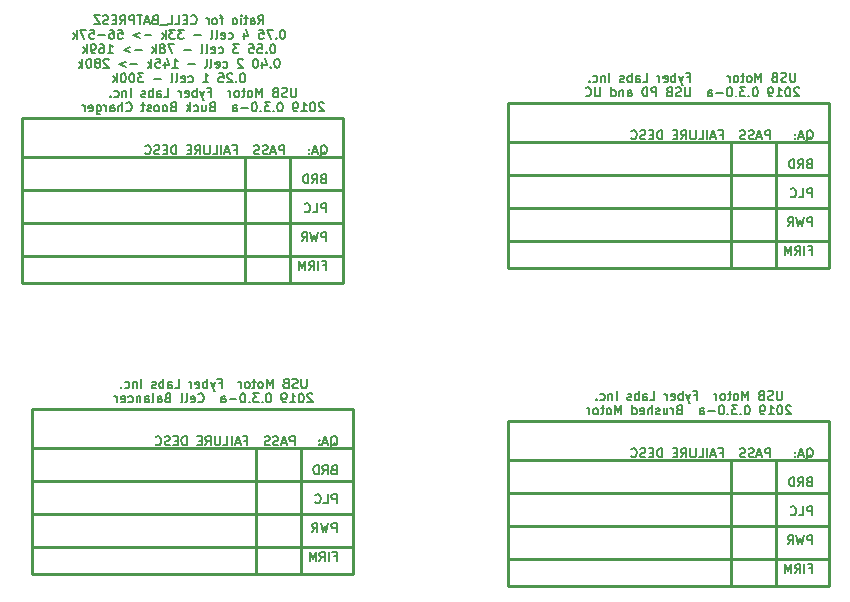
<source format=gbo>
G04 #@! TF.GenerationSoftware,KiCad,Pcbnew,(5.99.0-58-gd4aa502be)*
G04 #@! TF.CreationDate,2019-09-04T01:14:32-07:00*
G04 #@! TF.ProjectId,usb-motor,7573622d-6d6f-4746-9f72-2e6b69636164,rev?*
G04 #@! TF.SameCoordinates,Original*
G04 #@! TF.FileFunction,Legend,Bot*
G04 #@! TF.FilePolarity,Positive*
%FSLAX46Y46*%
G04 Gerber Fmt 4.6, Leading zero omitted, Abs format (unit mm)*
G04 Created by KiCad (PCBNEW (5.99.0-58-gd4aa502be)) date 2019-09-04 01:14:32*
%MOMM*%
%LPD*%
G04 APERTURE LIST*
%ADD10C,0.254000*%
%ADD11C,0.127000*%
G04 APERTURE END LIST*
D10*
X61468000Y-93472000D02*
X61468000Y-104140000D01*
X42545000Y-104140000D02*
X42545000Y-90170000D01*
X69723000Y-96266000D02*
X42545000Y-96266000D01*
X69723000Y-93472000D02*
X42545000Y-93472000D01*
X69723000Y-104140000D02*
X42545000Y-104140000D01*
X69723000Y-99060000D02*
X42545000Y-99060000D01*
X69723000Y-90170000D02*
X69723000Y-104140000D01*
X69723000Y-101854000D02*
X42545000Y-101854000D01*
X42545000Y-90170000D02*
X69723000Y-90170000D01*
X65278000Y-93472000D02*
X65278000Y-104140000D01*
D11*
X67808021Y-93300005D02*
X67880592Y-93263720D01*
X67953164Y-93191148D01*
X68062021Y-93082291D01*
X68134592Y-93046005D01*
X68207164Y-93046005D01*
X68170878Y-93227434D02*
X68243450Y-93191148D01*
X68316021Y-93118577D01*
X68352307Y-92973434D01*
X68352307Y-92719434D01*
X68316021Y-92574291D01*
X68243450Y-92501720D01*
X68170878Y-92465434D01*
X68025735Y-92465434D01*
X67953164Y-92501720D01*
X67880592Y-92574291D01*
X67844307Y-92719434D01*
X67844307Y-92973434D01*
X67880592Y-93118577D01*
X67953164Y-93191148D01*
X68025735Y-93227434D01*
X68170878Y-93227434D01*
X67554021Y-93009720D02*
X67191164Y-93009720D01*
X67626592Y-93227434D02*
X67372592Y-92465434D01*
X67118592Y-93227434D01*
X66864592Y-93154862D02*
X66828307Y-93191148D01*
X66864592Y-93227434D01*
X66900878Y-93191148D01*
X66864592Y-93154862D01*
X66864592Y-93227434D01*
X66864592Y-92755720D02*
X66828307Y-92792005D01*
X66864592Y-92828291D01*
X66900878Y-92792005D01*
X66864592Y-92755720D01*
X66864592Y-92828291D01*
X64760021Y-93227434D02*
X64760021Y-92465434D01*
X64469735Y-92465434D01*
X64397164Y-92501720D01*
X64360878Y-92538005D01*
X64324592Y-92610577D01*
X64324592Y-92719434D01*
X64360878Y-92792005D01*
X64397164Y-92828291D01*
X64469735Y-92864577D01*
X64760021Y-92864577D01*
X64034307Y-93009720D02*
X63671450Y-93009720D01*
X64106878Y-93227434D02*
X63852878Y-92465434D01*
X63598878Y-93227434D01*
X63381164Y-93191148D02*
X63272307Y-93227434D01*
X63090878Y-93227434D01*
X63018307Y-93191148D01*
X62982021Y-93154862D01*
X62945735Y-93082291D01*
X62945735Y-93009720D01*
X62982021Y-92937148D01*
X63018307Y-92900862D01*
X63090878Y-92864577D01*
X63236021Y-92828291D01*
X63308592Y-92792005D01*
X63344878Y-92755720D01*
X63381164Y-92683148D01*
X63381164Y-92610577D01*
X63344878Y-92538005D01*
X63308592Y-92501720D01*
X63236021Y-92465434D01*
X63054592Y-92465434D01*
X62945735Y-92501720D01*
X62655450Y-93191148D02*
X62546592Y-93227434D01*
X62365164Y-93227434D01*
X62292592Y-93191148D01*
X62256307Y-93154862D01*
X62220021Y-93082291D01*
X62220021Y-93009720D01*
X62256307Y-92937148D01*
X62292592Y-92900862D01*
X62365164Y-92864577D01*
X62510307Y-92828291D01*
X62582878Y-92792005D01*
X62619164Y-92755720D01*
X62655450Y-92683148D01*
X62655450Y-92610577D01*
X62619164Y-92538005D01*
X62582878Y-92501720D01*
X62510307Y-92465434D01*
X62328878Y-92465434D01*
X62220021Y-92501720D01*
X60478307Y-92828291D02*
X60732307Y-92828291D01*
X60732307Y-93227434D02*
X60732307Y-92465434D01*
X60369450Y-92465434D01*
X60115450Y-93009720D02*
X59752592Y-93009720D01*
X60188021Y-93227434D02*
X59934021Y-92465434D01*
X59680021Y-93227434D01*
X59426021Y-93227434D02*
X59426021Y-92465434D01*
X58700307Y-93227434D02*
X59063164Y-93227434D01*
X59063164Y-92465434D01*
X58446307Y-92465434D02*
X58446307Y-93082291D01*
X58410021Y-93154862D01*
X58373735Y-93191148D01*
X58301164Y-93227434D01*
X58156021Y-93227434D01*
X58083450Y-93191148D01*
X58047164Y-93154862D01*
X58010878Y-93082291D01*
X58010878Y-92465434D01*
X57212592Y-93227434D02*
X57466592Y-92864577D01*
X57648021Y-93227434D02*
X57648021Y-92465434D01*
X57357735Y-92465434D01*
X57285164Y-92501720D01*
X57248878Y-92538005D01*
X57212592Y-92610577D01*
X57212592Y-92719434D01*
X57248878Y-92792005D01*
X57285164Y-92828291D01*
X57357735Y-92864577D01*
X57648021Y-92864577D01*
X56886021Y-92828291D02*
X56632021Y-92828291D01*
X56523164Y-93227434D02*
X56886021Y-93227434D01*
X56886021Y-92465434D01*
X56523164Y-92465434D01*
X55616021Y-93227434D02*
X55616021Y-92465434D01*
X55434592Y-92465434D01*
X55325735Y-92501720D01*
X55253164Y-92574291D01*
X55216878Y-92646862D01*
X55180592Y-92792005D01*
X55180592Y-92900862D01*
X55216878Y-93046005D01*
X55253164Y-93118577D01*
X55325735Y-93191148D01*
X55434592Y-93227434D01*
X55616021Y-93227434D01*
X54854021Y-92828291D02*
X54600021Y-92828291D01*
X54491164Y-93227434D02*
X54854021Y-93227434D01*
X54854021Y-92465434D01*
X54491164Y-92465434D01*
X54200878Y-93191148D02*
X54092021Y-93227434D01*
X53910592Y-93227434D01*
X53838021Y-93191148D01*
X53801735Y-93154862D01*
X53765450Y-93082291D01*
X53765450Y-93009720D01*
X53801735Y-92937148D01*
X53838021Y-92900862D01*
X53910592Y-92864577D01*
X54055735Y-92828291D01*
X54128307Y-92792005D01*
X54164592Y-92755720D01*
X54200878Y-92683148D01*
X54200878Y-92610577D01*
X54164592Y-92538005D01*
X54128307Y-92501720D01*
X54055735Y-92465434D01*
X53874307Y-92465434D01*
X53765450Y-92501720D01*
X53003450Y-93154862D02*
X53039735Y-93191148D01*
X53148592Y-93227434D01*
X53221164Y-93227434D01*
X53330021Y-93191148D01*
X53402592Y-93118577D01*
X53438878Y-93046005D01*
X53475164Y-92900862D01*
X53475164Y-92792005D01*
X53438878Y-92646862D01*
X53402592Y-92574291D01*
X53330021Y-92501720D01*
X53221164Y-92465434D01*
X53148592Y-92465434D01*
X53039735Y-92501720D01*
X53003450Y-92538005D01*
X68062021Y-95281931D02*
X67953164Y-95318217D01*
X67916878Y-95354502D01*
X67880592Y-95427074D01*
X67880592Y-95535931D01*
X67916878Y-95608502D01*
X67953164Y-95644788D01*
X68025735Y-95681074D01*
X68316021Y-95681074D01*
X68316021Y-94919074D01*
X68062021Y-94919074D01*
X67989450Y-94955360D01*
X67953164Y-94991645D01*
X67916878Y-95064217D01*
X67916878Y-95136788D01*
X67953164Y-95209360D01*
X67989450Y-95245645D01*
X68062021Y-95281931D01*
X68316021Y-95281931D01*
X67118592Y-95681074D02*
X67372592Y-95318217D01*
X67554021Y-95681074D02*
X67554021Y-94919074D01*
X67263735Y-94919074D01*
X67191164Y-94955360D01*
X67154878Y-94991645D01*
X67118592Y-95064217D01*
X67118592Y-95173074D01*
X67154878Y-95245645D01*
X67191164Y-95281931D01*
X67263735Y-95318217D01*
X67554021Y-95318217D01*
X66792021Y-95681074D02*
X66792021Y-94919074D01*
X66610592Y-94919074D01*
X66501735Y-94955360D01*
X66429164Y-95027931D01*
X66392878Y-95100502D01*
X66356592Y-95245645D01*
X66356592Y-95354502D01*
X66392878Y-95499645D01*
X66429164Y-95572217D01*
X66501735Y-95644788D01*
X66610592Y-95681074D01*
X66792021Y-95681074D01*
X68316021Y-98134714D02*
X68316021Y-97372714D01*
X68025735Y-97372714D01*
X67953164Y-97409000D01*
X67916878Y-97445285D01*
X67880592Y-97517857D01*
X67880592Y-97626714D01*
X67916878Y-97699285D01*
X67953164Y-97735571D01*
X68025735Y-97771857D01*
X68316021Y-97771857D01*
X67191164Y-98134714D02*
X67554021Y-98134714D01*
X67554021Y-97372714D01*
X66501735Y-98062142D02*
X66538021Y-98098428D01*
X66646878Y-98134714D01*
X66719450Y-98134714D01*
X66828307Y-98098428D01*
X66900878Y-98025857D01*
X66937164Y-97953285D01*
X66973450Y-97808142D01*
X66973450Y-97699285D01*
X66937164Y-97554142D01*
X66900878Y-97481571D01*
X66828307Y-97409000D01*
X66719450Y-97372714D01*
X66646878Y-97372714D01*
X66538021Y-97409000D01*
X66501735Y-97445285D01*
X68316021Y-100588354D02*
X68316021Y-99826354D01*
X68025735Y-99826354D01*
X67953164Y-99862640D01*
X67916878Y-99898925D01*
X67880592Y-99971497D01*
X67880592Y-100080354D01*
X67916878Y-100152925D01*
X67953164Y-100189211D01*
X68025735Y-100225497D01*
X68316021Y-100225497D01*
X67626592Y-99826354D02*
X67445164Y-100588354D01*
X67300021Y-100044068D01*
X67154878Y-100588354D01*
X66973450Y-99826354D01*
X66247735Y-100588354D02*
X66501735Y-100225497D01*
X66683164Y-100588354D02*
X66683164Y-99826354D01*
X66392878Y-99826354D01*
X66320307Y-99862640D01*
X66284021Y-99898925D01*
X66247735Y-99971497D01*
X66247735Y-100080354D01*
X66284021Y-100152925D01*
X66320307Y-100189211D01*
X66392878Y-100225497D01*
X66683164Y-100225497D01*
X68062021Y-102642851D02*
X68316021Y-102642851D01*
X68316021Y-103041994D02*
X68316021Y-102279994D01*
X67953164Y-102279994D01*
X67662878Y-103041994D02*
X67662878Y-102279994D01*
X66864592Y-103041994D02*
X67118592Y-102679137D01*
X67300021Y-103041994D02*
X67300021Y-102279994D01*
X67009735Y-102279994D01*
X66937164Y-102316280D01*
X66900878Y-102352565D01*
X66864592Y-102425137D01*
X66864592Y-102533994D01*
X66900878Y-102606565D01*
X66937164Y-102642851D01*
X67009735Y-102679137D01*
X67300021Y-102679137D01*
X66538021Y-103041994D02*
X66538021Y-102279994D01*
X66284021Y-102824280D01*
X66030021Y-102279994D01*
X66030021Y-103041994D01*
X65767857Y-87615304D02*
X65767857Y-88232161D01*
X65731571Y-88304732D01*
X65695285Y-88341018D01*
X65622714Y-88377304D01*
X65477571Y-88377304D01*
X65405000Y-88341018D01*
X65368714Y-88304732D01*
X65332428Y-88232161D01*
X65332428Y-87615304D01*
X65005857Y-88341018D02*
X64897000Y-88377304D01*
X64715571Y-88377304D01*
X64643000Y-88341018D01*
X64606714Y-88304732D01*
X64570428Y-88232161D01*
X64570428Y-88159590D01*
X64606714Y-88087018D01*
X64643000Y-88050732D01*
X64715571Y-88014447D01*
X64860714Y-87978161D01*
X64933285Y-87941875D01*
X64969571Y-87905590D01*
X65005857Y-87833018D01*
X65005857Y-87760447D01*
X64969571Y-87687875D01*
X64933285Y-87651590D01*
X64860714Y-87615304D01*
X64679285Y-87615304D01*
X64570428Y-87651590D01*
X63989857Y-87978161D02*
X63881000Y-88014447D01*
X63844714Y-88050732D01*
X63808428Y-88123304D01*
X63808428Y-88232161D01*
X63844714Y-88304732D01*
X63881000Y-88341018D01*
X63953571Y-88377304D01*
X64243857Y-88377304D01*
X64243857Y-87615304D01*
X63989857Y-87615304D01*
X63917285Y-87651590D01*
X63881000Y-87687875D01*
X63844714Y-87760447D01*
X63844714Y-87833018D01*
X63881000Y-87905590D01*
X63917285Y-87941875D01*
X63989857Y-87978161D01*
X64243857Y-87978161D01*
X62901285Y-88377304D02*
X62901285Y-87615304D01*
X62647285Y-88159590D01*
X62393285Y-87615304D01*
X62393285Y-88377304D01*
X61921571Y-88377304D02*
X61994142Y-88341018D01*
X62030428Y-88304732D01*
X62066714Y-88232161D01*
X62066714Y-88014447D01*
X62030428Y-87941875D01*
X61994142Y-87905590D01*
X61921571Y-87869304D01*
X61812714Y-87869304D01*
X61740142Y-87905590D01*
X61703857Y-87941875D01*
X61667571Y-88014447D01*
X61667571Y-88232161D01*
X61703857Y-88304732D01*
X61740142Y-88341018D01*
X61812714Y-88377304D01*
X61921571Y-88377304D01*
X61449857Y-87869304D02*
X61159571Y-87869304D01*
X61341000Y-87615304D02*
X61341000Y-88268447D01*
X61304714Y-88341018D01*
X61232142Y-88377304D01*
X61159571Y-88377304D01*
X60796714Y-88377304D02*
X60869285Y-88341018D01*
X60905571Y-88304732D01*
X60941857Y-88232161D01*
X60941857Y-88014447D01*
X60905571Y-87941875D01*
X60869285Y-87905590D01*
X60796714Y-87869304D01*
X60687857Y-87869304D01*
X60615285Y-87905590D01*
X60579000Y-87941875D01*
X60542714Y-88014447D01*
X60542714Y-88232161D01*
X60579000Y-88304732D01*
X60615285Y-88341018D01*
X60687857Y-88377304D01*
X60796714Y-88377304D01*
X60216142Y-88377304D02*
X60216142Y-87869304D01*
X60216142Y-88014447D02*
X60179857Y-87941875D01*
X60143571Y-87905590D01*
X60071000Y-87869304D01*
X59998428Y-87869304D01*
X58329285Y-87978161D02*
X58583285Y-87978161D01*
X58583285Y-88377304D02*
X58583285Y-87615304D01*
X58220428Y-87615304D01*
X58002714Y-87869304D02*
X57821285Y-88377304D01*
X57639857Y-87869304D02*
X57821285Y-88377304D01*
X57893857Y-88558732D01*
X57930142Y-88595018D01*
X58002714Y-88631304D01*
X57349571Y-88377304D02*
X57349571Y-87615304D01*
X57349571Y-87905590D02*
X57277000Y-87869304D01*
X57131857Y-87869304D01*
X57059285Y-87905590D01*
X57023000Y-87941875D01*
X56986714Y-88014447D01*
X56986714Y-88232161D01*
X57023000Y-88304732D01*
X57059285Y-88341018D01*
X57131857Y-88377304D01*
X57277000Y-88377304D01*
X57349571Y-88341018D01*
X56369857Y-88341018D02*
X56442428Y-88377304D01*
X56587571Y-88377304D01*
X56660142Y-88341018D01*
X56696428Y-88268447D01*
X56696428Y-87978161D01*
X56660142Y-87905590D01*
X56587571Y-87869304D01*
X56442428Y-87869304D01*
X56369857Y-87905590D01*
X56333571Y-87978161D01*
X56333571Y-88050732D01*
X56696428Y-88123304D01*
X56007000Y-88377304D02*
X56007000Y-87869304D01*
X56007000Y-88014447D02*
X55970714Y-87941875D01*
X55934428Y-87905590D01*
X55861857Y-87869304D01*
X55789285Y-87869304D01*
X54591857Y-88377304D02*
X54954714Y-88377304D01*
X54954714Y-87615304D01*
X54011285Y-88377304D02*
X54011285Y-87978161D01*
X54047571Y-87905590D01*
X54120142Y-87869304D01*
X54265285Y-87869304D01*
X54337857Y-87905590D01*
X54011285Y-88341018D02*
X54083857Y-88377304D01*
X54265285Y-88377304D01*
X54337857Y-88341018D01*
X54374142Y-88268447D01*
X54374142Y-88195875D01*
X54337857Y-88123304D01*
X54265285Y-88087018D01*
X54083857Y-88087018D01*
X54011285Y-88050732D01*
X53648428Y-88377304D02*
X53648428Y-87615304D01*
X53648428Y-87905590D02*
X53575857Y-87869304D01*
X53430714Y-87869304D01*
X53358142Y-87905590D01*
X53321857Y-87941875D01*
X53285571Y-88014447D01*
X53285571Y-88232161D01*
X53321857Y-88304732D01*
X53358142Y-88341018D01*
X53430714Y-88377304D01*
X53575857Y-88377304D01*
X53648428Y-88341018D01*
X52995285Y-88341018D02*
X52922714Y-88377304D01*
X52777571Y-88377304D01*
X52705000Y-88341018D01*
X52668714Y-88268447D01*
X52668714Y-88232161D01*
X52705000Y-88159590D01*
X52777571Y-88123304D01*
X52886428Y-88123304D01*
X52959000Y-88087018D01*
X52995285Y-88014447D01*
X52995285Y-87978161D01*
X52959000Y-87905590D01*
X52886428Y-87869304D01*
X52777571Y-87869304D01*
X52705000Y-87905590D01*
X51761571Y-88377304D02*
X51761571Y-87615304D01*
X51398714Y-87869304D02*
X51398714Y-88377304D01*
X51398714Y-87941875D02*
X51362428Y-87905590D01*
X51289857Y-87869304D01*
X51181000Y-87869304D01*
X51108428Y-87905590D01*
X51072142Y-87978161D01*
X51072142Y-88377304D01*
X50382714Y-88341018D02*
X50455285Y-88377304D01*
X50600428Y-88377304D01*
X50673000Y-88341018D01*
X50709285Y-88304732D01*
X50745571Y-88232161D01*
X50745571Y-88014447D01*
X50709285Y-87941875D01*
X50673000Y-87905590D01*
X50600428Y-87869304D01*
X50455285Y-87869304D01*
X50382714Y-87905590D01*
X50056142Y-88304732D02*
X50019857Y-88341018D01*
X50056142Y-88377304D01*
X50092428Y-88341018D01*
X50056142Y-88304732D01*
X50056142Y-88377304D01*
X68108285Y-88914695D02*
X68072000Y-88878410D01*
X67999428Y-88842124D01*
X67818000Y-88842124D01*
X67745428Y-88878410D01*
X67709142Y-88914695D01*
X67672857Y-88987267D01*
X67672857Y-89059838D01*
X67709142Y-89168695D01*
X68144571Y-89604124D01*
X67672857Y-89604124D01*
X67201142Y-88842124D02*
X67128571Y-88842124D01*
X67056000Y-88878410D01*
X67019714Y-88914695D01*
X66983428Y-88987267D01*
X66947142Y-89132410D01*
X66947142Y-89313838D01*
X66983428Y-89458981D01*
X67019714Y-89531552D01*
X67056000Y-89567838D01*
X67128571Y-89604124D01*
X67201142Y-89604124D01*
X67273714Y-89567838D01*
X67310000Y-89531552D01*
X67346285Y-89458981D01*
X67382571Y-89313838D01*
X67382571Y-89132410D01*
X67346285Y-88987267D01*
X67310000Y-88914695D01*
X67273714Y-88878410D01*
X67201142Y-88842124D01*
X66221428Y-89604124D02*
X66656857Y-89604124D01*
X66439142Y-89604124D02*
X66439142Y-88842124D01*
X66511714Y-88950981D01*
X66584285Y-89023552D01*
X66656857Y-89059838D01*
X65858571Y-89604124D02*
X65713428Y-89604124D01*
X65640857Y-89567838D01*
X65604571Y-89531552D01*
X65532000Y-89422695D01*
X65495714Y-89277552D01*
X65495714Y-88987267D01*
X65532000Y-88914695D01*
X65568285Y-88878410D01*
X65640857Y-88842124D01*
X65786000Y-88842124D01*
X65858571Y-88878410D01*
X65894857Y-88914695D01*
X65931142Y-88987267D01*
X65931142Y-89168695D01*
X65894857Y-89241267D01*
X65858571Y-89277552D01*
X65786000Y-89313838D01*
X65640857Y-89313838D01*
X65568285Y-89277552D01*
X65532000Y-89241267D01*
X65495714Y-89168695D01*
X64443428Y-88842124D02*
X64370857Y-88842124D01*
X64298285Y-88878410D01*
X64262000Y-88914695D01*
X64225714Y-88987267D01*
X64189428Y-89132410D01*
X64189428Y-89313838D01*
X64225714Y-89458981D01*
X64262000Y-89531552D01*
X64298285Y-89567838D01*
X64370857Y-89604124D01*
X64443428Y-89604124D01*
X64516000Y-89567838D01*
X64552285Y-89531552D01*
X64588571Y-89458981D01*
X64624857Y-89313838D01*
X64624857Y-89132410D01*
X64588571Y-88987267D01*
X64552285Y-88914695D01*
X64516000Y-88878410D01*
X64443428Y-88842124D01*
X63862857Y-89531552D02*
X63826571Y-89567838D01*
X63862857Y-89604124D01*
X63899142Y-89567838D01*
X63862857Y-89531552D01*
X63862857Y-89604124D01*
X63572571Y-88842124D02*
X63100857Y-88842124D01*
X63354857Y-89132410D01*
X63246000Y-89132410D01*
X63173428Y-89168695D01*
X63137142Y-89204981D01*
X63100857Y-89277552D01*
X63100857Y-89458981D01*
X63137142Y-89531552D01*
X63173428Y-89567838D01*
X63246000Y-89604124D01*
X63463714Y-89604124D01*
X63536285Y-89567838D01*
X63572571Y-89531552D01*
X62774285Y-89531552D02*
X62738000Y-89567838D01*
X62774285Y-89604124D01*
X62810571Y-89567838D01*
X62774285Y-89531552D01*
X62774285Y-89604124D01*
X62266285Y-88842124D02*
X62193714Y-88842124D01*
X62121142Y-88878410D01*
X62084857Y-88914695D01*
X62048571Y-88987267D01*
X62012285Y-89132410D01*
X62012285Y-89313838D01*
X62048571Y-89458981D01*
X62084857Y-89531552D01*
X62121142Y-89567838D01*
X62193714Y-89604124D01*
X62266285Y-89604124D01*
X62338857Y-89567838D01*
X62375142Y-89531552D01*
X62411428Y-89458981D01*
X62447714Y-89313838D01*
X62447714Y-89132410D01*
X62411428Y-88987267D01*
X62375142Y-88914695D01*
X62338857Y-88878410D01*
X62266285Y-88842124D01*
X61685714Y-89313838D02*
X61105142Y-89313838D01*
X60415714Y-89604124D02*
X60415714Y-89204981D01*
X60452000Y-89132410D01*
X60524571Y-89096124D01*
X60669714Y-89096124D01*
X60742285Y-89132410D01*
X60415714Y-89567838D02*
X60488285Y-89604124D01*
X60669714Y-89604124D01*
X60742285Y-89567838D01*
X60778571Y-89495267D01*
X60778571Y-89422695D01*
X60742285Y-89350124D01*
X60669714Y-89313838D01*
X60488285Y-89313838D01*
X60415714Y-89277552D01*
X58637714Y-89204981D02*
X58528857Y-89241267D01*
X58492571Y-89277552D01*
X58456285Y-89350124D01*
X58456285Y-89458981D01*
X58492571Y-89531552D01*
X58528857Y-89567838D01*
X58601428Y-89604124D01*
X58891714Y-89604124D01*
X58891714Y-88842124D01*
X58637714Y-88842124D01*
X58565142Y-88878410D01*
X58528857Y-88914695D01*
X58492571Y-88987267D01*
X58492571Y-89059838D01*
X58528857Y-89132410D01*
X58565142Y-89168695D01*
X58637714Y-89204981D01*
X58891714Y-89204981D01*
X57803142Y-89096124D02*
X57803142Y-89604124D01*
X58129714Y-89096124D02*
X58129714Y-89495267D01*
X58093428Y-89567838D01*
X58020857Y-89604124D01*
X57912000Y-89604124D01*
X57839428Y-89567838D01*
X57803142Y-89531552D01*
X57113714Y-89567838D02*
X57186285Y-89604124D01*
X57331428Y-89604124D01*
X57404000Y-89567838D01*
X57440285Y-89531552D01*
X57476571Y-89458981D01*
X57476571Y-89241267D01*
X57440285Y-89168695D01*
X57404000Y-89132410D01*
X57331428Y-89096124D01*
X57186285Y-89096124D01*
X57113714Y-89132410D01*
X56787142Y-89604124D02*
X56787142Y-88842124D01*
X56714571Y-89313838D02*
X56496857Y-89604124D01*
X56496857Y-89096124D02*
X56787142Y-89386410D01*
X55335714Y-89204981D02*
X55226857Y-89241267D01*
X55190571Y-89277552D01*
X55154285Y-89350124D01*
X55154285Y-89458981D01*
X55190571Y-89531552D01*
X55226857Y-89567838D01*
X55299428Y-89604124D01*
X55589714Y-89604124D01*
X55589714Y-88842124D01*
X55335714Y-88842124D01*
X55263142Y-88878410D01*
X55226857Y-88914695D01*
X55190571Y-88987267D01*
X55190571Y-89059838D01*
X55226857Y-89132410D01*
X55263142Y-89168695D01*
X55335714Y-89204981D01*
X55589714Y-89204981D01*
X54718857Y-89604124D02*
X54791428Y-89567838D01*
X54827714Y-89531552D01*
X54864000Y-89458981D01*
X54864000Y-89241267D01*
X54827714Y-89168695D01*
X54791428Y-89132410D01*
X54718857Y-89096124D01*
X54610000Y-89096124D01*
X54537428Y-89132410D01*
X54501142Y-89168695D01*
X54464857Y-89241267D01*
X54464857Y-89458981D01*
X54501142Y-89531552D01*
X54537428Y-89567838D01*
X54610000Y-89604124D01*
X54718857Y-89604124D01*
X54029428Y-89604124D02*
X54102000Y-89567838D01*
X54138285Y-89531552D01*
X54174571Y-89458981D01*
X54174571Y-89241267D01*
X54138285Y-89168695D01*
X54102000Y-89132410D01*
X54029428Y-89096124D01*
X53920571Y-89096124D01*
X53848000Y-89132410D01*
X53811714Y-89168695D01*
X53775428Y-89241267D01*
X53775428Y-89458981D01*
X53811714Y-89531552D01*
X53848000Y-89567838D01*
X53920571Y-89604124D01*
X54029428Y-89604124D01*
X53485142Y-89567838D02*
X53412571Y-89604124D01*
X53267428Y-89604124D01*
X53194857Y-89567838D01*
X53158571Y-89495267D01*
X53158571Y-89458981D01*
X53194857Y-89386410D01*
X53267428Y-89350124D01*
X53376285Y-89350124D01*
X53448857Y-89313838D01*
X53485142Y-89241267D01*
X53485142Y-89204981D01*
X53448857Y-89132410D01*
X53376285Y-89096124D01*
X53267428Y-89096124D01*
X53194857Y-89132410D01*
X52940857Y-89096124D02*
X52650571Y-89096124D01*
X52832000Y-88842124D02*
X52832000Y-89495267D01*
X52795714Y-89567838D01*
X52723142Y-89604124D01*
X52650571Y-89604124D01*
X51380571Y-89531552D02*
X51416857Y-89567838D01*
X51525714Y-89604124D01*
X51598285Y-89604124D01*
X51707142Y-89567838D01*
X51779714Y-89495267D01*
X51816000Y-89422695D01*
X51852285Y-89277552D01*
X51852285Y-89168695D01*
X51816000Y-89023552D01*
X51779714Y-88950981D01*
X51707142Y-88878410D01*
X51598285Y-88842124D01*
X51525714Y-88842124D01*
X51416857Y-88878410D01*
X51380571Y-88914695D01*
X51054000Y-89604124D02*
X51054000Y-88842124D01*
X50727428Y-89604124D02*
X50727428Y-89204981D01*
X50763714Y-89132410D01*
X50836285Y-89096124D01*
X50945142Y-89096124D01*
X51017714Y-89132410D01*
X51054000Y-89168695D01*
X50038000Y-89604124D02*
X50038000Y-89204981D01*
X50074285Y-89132410D01*
X50146857Y-89096124D01*
X50292000Y-89096124D01*
X50364571Y-89132410D01*
X50038000Y-89567838D02*
X50110571Y-89604124D01*
X50292000Y-89604124D01*
X50364571Y-89567838D01*
X50400857Y-89495267D01*
X50400857Y-89422695D01*
X50364571Y-89350124D01*
X50292000Y-89313838D01*
X50110571Y-89313838D01*
X50038000Y-89277552D01*
X49675142Y-89604124D02*
X49675142Y-89096124D01*
X49675142Y-89241267D02*
X49638857Y-89168695D01*
X49602571Y-89132410D01*
X49530000Y-89096124D01*
X49457428Y-89096124D01*
X48876857Y-89096124D02*
X48876857Y-89712981D01*
X48913142Y-89785552D01*
X48949428Y-89821838D01*
X49022000Y-89858124D01*
X49130857Y-89858124D01*
X49203428Y-89821838D01*
X48876857Y-89567838D02*
X48949428Y-89604124D01*
X49094571Y-89604124D01*
X49167142Y-89567838D01*
X49203428Y-89531552D01*
X49239714Y-89458981D01*
X49239714Y-89241267D01*
X49203428Y-89168695D01*
X49167142Y-89132410D01*
X49094571Y-89096124D01*
X48949428Y-89096124D01*
X48876857Y-89132410D01*
X48223714Y-89567838D02*
X48296285Y-89604124D01*
X48441428Y-89604124D01*
X48514000Y-89567838D01*
X48550285Y-89495267D01*
X48550285Y-89204981D01*
X48514000Y-89132410D01*
X48441428Y-89096124D01*
X48296285Y-89096124D01*
X48223714Y-89132410D01*
X48187428Y-89204981D01*
X48187428Y-89277552D01*
X48550285Y-89350124D01*
X47860857Y-89604124D02*
X47860857Y-89096124D01*
X47860857Y-89241267D02*
X47824571Y-89168695D01*
X47788285Y-89132410D01*
X47715714Y-89096124D01*
X47643142Y-89096124D01*
D10*
X102616000Y-92202000D02*
X102616000Y-102870000D01*
X83693000Y-102870000D02*
X83693000Y-88900000D01*
X110871000Y-94996000D02*
X83693000Y-94996000D01*
X110871000Y-92202000D02*
X83693000Y-92202000D01*
X110871000Y-102870000D02*
X83693000Y-102870000D01*
X110871000Y-97790000D02*
X83693000Y-97790000D01*
X110871000Y-88900000D02*
X110871000Y-102870000D01*
X110871000Y-100584000D02*
X83693000Y-100584000D01*
X83693000Y-88900000D02*
X110871000Y-88900000D01*
X106426000Y-92202000D02*
X106426000Y-102870000D01*
D11*
X108956021Y-92030005D02*
X109028592Y-91993720D01*
X109101164Y-91921148D01*
X109210021Y-91812291D01*
X109282592Y-91776005D01*
X109355164Y-91776005D01*
X109318878Y-91957434D02*
X109391450Y-91921148D01*
X109464021Y-91848577D01*
X109500307Y-91703434D01*
X109500307Y-91449434D01*
X109464021Y-91304291D01*
X109391450Y-91231720D01*
X109318878Y-91195434D01*
X109173735Y-91195434D01*
X109101164Y-91231720D01*
X109028592Y-91304291D01*
X108992307Y-91449434D01*
X108992307Y-91703434D01*
X109028592Y-91848577D01*
X109101164Y-91921148D01*
X109173735Y-91957434D01*
X109318878Y-91957434D01*
X108702021Y-91739720D02*
X108339164Y-91739720D01*
X108774592Y-91957434D02*
X108520592Y-91195434D01*
X108266592Y-91957434D01*
X108012592Y-91884862D02*
X107976307Y-91921148D01*
X108012592Y-91957434D01*
X108048878Y-91921148D01*
X108012592Y-91884862D01*
X108012592Y-91957434D01*
X108012592Y-91485720D02*
X107976307Y-91522005D01*
X108012592Y-91558291D01*
X108048878Y-91522005D01*
X108012592Y-91485720D01*
X108012592Y-91558291D01*
X105908021Y-91957434D02*
X105908021Y-91195434D01*
X105617735Y-91195434D01*
X105545164Y-91231720D01*
X105508878Y-91268005D01*
X105472592Y-91340577D01*
X105472592Y-91449434D01*
X105508878Y-91522005D01*
X105545164Y-91558291D01*
X105617735Y-91594577D01*
X105908021Y-91594577D01*
X105182307Y-91739720D02*
X104819449Y-91739720D01*
X105254878Y-91957434D02*
X105000878Y-91195434D01*
X104746878Y-91957434D01*
X104529164Y-91921148D02*
X104420307Y-91957434D01*
X104238878Y-91957434D01*
X104166307Y-91921148D01*
X104130021Y-91884862D01*
X104093735Y-91812291D01*
X104093735Y-91739720D01*
X104130021Y-91667148D01*
X104166307Y-91630862D01*
X104238878Y-91594577D01*
X104384021Y-91558291D01*
X104456592Y-91522005D01*
X104492878Y-91485720D01*
X104529164Y-91413148D01*
X104529164Y-91340577D01*
X104492878Y-91268005D01*
X104456592Y-91231720D01*
X104384021Y-91195434D01*
X104202592Y-91195434D01*
X104093735Y-91231720D01*
X103803450Y-91921148D02*
X103694592Y-91957434D01*
X103513164Y-91957434D01*
X103440592Y-91921148D01*
X103404307Y-91884862D01*
X103368021Y-91812291D01*
X103368021Y-91739720D01*
X103404307Y-91667148D01*
X103440592Y-91630862D01*
X103513164Y-91594577D01*
X103658307Y-91558291D01*
X103730878Y-91522005D01*
X103767164Y-91485720D01*
X103803450Y-91413148D01*
X103803450Y-91340577D01*
X103767164Y-91268005D01*
X103730878Y-91231720D01*
X103658307Y-91195434D01*
X103476878Y-91195434D01*
X103368021Y-91231720D01*
X101626307Y-91558291D02*
X101880307Y-91558291D01*
X101880307Y-91957434D02*
X101880307Y-91195434D01*
X101517449Y-91195434D01*
X101263449Y-91739720D02*
X100900592Y-91739720D01*
X101336021Y-91957434D02*
X101082021Y-91195434D01*
X100828021Y-91957434D01*
X100574021Y-91957434D02*
X100574021Y-91195434D01*
X99848307Y-91957434D02*
X100211164Y-91957434D01*
X100211164Y-91195434D01*
X99594307Y-91195434D02*
X99594307Y-91812291D01*
X99558021Y-91884862D01*
X99521735Y-91921148D01*
X99449164Y-91957434D01*
X99304021Y-91957434D01*
X99231449Y-91921148D01*
X99195164Y-91884862D01*
X99158878Y-91812291D01*
X99158878Y-91195434D01*
X98360592Y-91957434D02*
X98614592Y-91594577D01*
X98796021Y-91957434D02*
X98796021Y-91195434D01*
X98505735Y-91195434D01*
X98433164Y-91231720D01*
X98396878Y-91268005D01*
X98360592Y-91340577D01*
X98360592Y-91449434D01*
X98396878Y-91522005D01*
X98433164Y-91558291D01*
X98505735Y-91594577D01*
X98796021Y-91594577D01*
X98034021Y-91558291D02*
X97780021Y-91558291D01*
X97671164Y-91957434D02*
X98034021Y-91957434D01*
X98034021Y-91195434D01*
X97671164Y-91195434D01*
X96764021Y-91957434D02*
X96764021Y-91195434D01*
X96582592Y-91195434D01*
X96473735Y-91231720D01*
X96401164Y-91304291D01*
X96364878Y-91376862D01*
X96328592Y-91522005D01*
X96328592Y-91630862D01*
X96364878Y-91776005D01*
X96401164Y-91848577D01*
X96473735Y-91921148D01*
X96582592Y-91957434D01*
X96764021Y-91957434D01*
X96002021Y-91558291D02*
X95748021Y-91558291D01*
X95639164Y-91957434D02*
X96002021Y-91957434D01*
X96002021Y-91195434D01*
X95639164Y-91195434D01*
X95348878Y-91921148D02*
X95240021Y-91957434D01*
X95058592Y-91957434D01*
X94986021Y-91921148D01*
X94949735Y-91884862D01*
X94913449Y-91812291D01*
X94913449Y-91739720D01*
X94949735Y-91667148D01*
X94986021Y-91630862D01*
X95058592Y-91594577D01*
X95203735Y-91558291D01*
X95276307Y-91522005D01*
X95312592Y-91485720D01*
X95348878Y-91413148D01*
X95348878Y-91340577D01*
X95312592Y-91268005D01*
X95276307Y-91231720D01*
X95203735Y-91195434D01*
X95022307Y-91195434D01*
X94913449Y-91231720D01*
X94151449Y-91884862D02*
X94187735Y-91921148D01*
X94296592Y-91957434D01*
X94369164Y-91957434D01*
X94478021Y-91921148D01*
X94550592Y-91848577D01*
X94586878Y-91776005D01*
X94623164Y-91630862D01*
X94623164Y-91522005D01*
X94586878Y-91376862D01*
X94550592Y-91304291D01*
X94478021Y-91231720D01*
X94369164Y-91195434D01*
X94296592Y-91195434D01*
X94187735Y-91231720D01*
X94151449Y-91268005D01*
X109210021Y-94011931D02*
X109101164Y-94048217D01*
X109064878Y-94084502D01*
X109028592Y-94157074D01*
X109028592Y-94265931D01*
X109064878Y-94338502D01*
X109101164Y-94374788D01*
X109173735Y-94411074D01*
X109464021Y-94411074D01*
X109464021Y-93649074D01*
X109210021Y-93649074D01*
X109137450Y-93685360D01*
X109101164Y-93721645D01*
X109064878Y-93794217D01*
X109064878Y-93866788D01*
X109101164Y-93939360D01*
X109137450Y-93975645D01*
X109210021Y-94011931D01*
X109464021Y-94011931D01*
X108266592Y-94411074D02*
X108520592Y-94048217D01*
X108702021Y-94411074D02*
X108702021Y-93649074D01*
X108411735Y-93649074D01*
X108339164Y-93685360D01*
X108302878Y-93721645D01*
X108266592Y-93794217D01*
X108266592Y-93903074D01*
X108302878Y-93975645D01*
X108339164Y-94011931D01*
X108411735Y-94048217D01*
X108702021Y-94048217D01*
X107940021Y-94411074D02*
X107940021Y-93649074D01*
X107758592Y-93649074D01*
X107649735Y-93685360D01*
X107577164Y-93757931D01*
X107540878Y-93830502D01*
X107504592Y-93975645D01*
X107504592Y-94084502D01*
X107540878Y-94229645D01*
X107577164Y-94302217D01*
X107649735Y-94374788D01*
X107758592Y-94411074D01*
X107940021Y-94411074D01*
X109464021Y-96864714D02*
X109464021Y-96102714D01*
X109173735Y-96102714D01*
X109101164Y-96139000D01*
X109064878Y-96175285D01*
X109028592Y-96247857D01*
X109028592Y-96356714D01*
X109064878Y-96429285D01*
X109101164Y-96465571D01*
X109173735Y-96501857D01*
X109464021Y-96501857D01*
X108339164Y-96864714D02*
X108702021Y-96864714D01*
X108702021Y-96102714D01*
X107649735Y-96792142D02*
X107686021Y-96828428D01*
X107794878Y-96864714D01*
X107867450Y-96864714D01*
X107976307Y-96828428D01*
X108048878Y-96755857D01*
X108085164Y-96683285D01*
X108121450Y-96538142D01*
X108121450Y-96429285D01*
X108085164Y-96284142D01*
X108048878Y-96211571D01*
X107976307Y-96139000D01*
X107867450Y-96102714D01*
X107794878Y-96102714D01*
X107686021Y-96139000D01*
X107649735Y-96175285D01*
X109464021Y-99318354D02*
X109464021Y-98556354D01*
X109173735Y-98556354D01*
X109101164Y-98592640D01*
X109064878Y-98628925D01*
X109028592Y-98701497D01*
X109028592Y-98810354D01*
X109064878Y-98882925D01*
X109101164Y-98919211D01*
X109173735Y-98955497D01*
X109464021Y-98955497D01*
X108774592Y-98556354D02*
X108593164Y-99318354D01*
X108448021Y-98774068D01*
X108302878Y-99318354D01*
X108121450Y-98556354D01*
X107395735Y-99318354D02*
X107649735Y-98955497D01*
X107831164Y-99318354D02*
X107831164Y-98556354D01*
X107540878Y-98556354D01*
X107468307Y-98592640D01*
X107432021Y-98628925D01*
X107395735Y-98701497D01*
X107395735Y-98810354D01*
X107432021Y-98882925D01*
X107468307Y-98919211D01*
X107540878Y-98955497D01*
X107831164Y-98955497D01*
X109210021Y-101372851D02*
X109464021Y-101372851D01*
X109464021Y-101771994D02*
X109464021Y-101009994D01*
X109101164Y-101009994D01*
X108810878Y-101771994D02*
X108810878Y-101009994D01*
X108012592Y-101771994D02*
X108266592Y-101409137D01*
X108448021Y-101771994D02*
X108448021Y-101009994D01*
X108157735Y-101009994D01*
X108085164Y-101046280D01*
X108048878Y-101082565D01*
X108012592Y-101155137D01*
X108012592Y-101263994D01*
X108048878Y-101336565D01*
X108085164Y-101372851D01*
X108157735Y-101409137D01*
X108448021Y-101409137D01*
X107686021Y-101771994D02*
X107686021Y-101009994D01*
X107432021Y-101554280D01*
X107178021Y-101009994D01*
X107178021Y-101771994D01*
X108040714Y-86345304D02*
X108040714Y-86962161D01*
X108004428Y-87034732D01*
X107968142Y-87071018D01*
X107895571Y-87107304D01*
X107750428Y-87107304D01*
X107677857Y-87071018D01*
X107641571Y-87034732D01*
X107605285Y-86962161D01*
X107605285Y-86345304D01*
X107278714Y-87071018D02*
X107169857Y-87107304D01*
X106988428Y-87107304D01*
X106915857Y-87071018D01*
X106879571Y-87034732D01*
X106843285Y-86962161D01*
X106843285Y-86889590D01*
X106879571Y-86817018D01*
X106915857Y-86780732D01*
X106988428Y-86744447D01*
X107133571Y-86708161D01*
X107206142Y-86671875D01*
X107242428Y-86635590D01*
X107278714Y-86563018D01*
X107278714Y-86490447D01*
X107242428Y-86417875D01*
X107206142Y-86381590D01*
X107133571Y-86345304D01*
X106952142Y-86345304D01*
X106843285Y-86381590D01*
X106262714Y-86708161D02*
X106153857Y-86744447D01*
X106117571Y-86780732D01*
X106081285Y-86853304D01*
X106081285Y-86962161D01*
X106117571Y-87034732D01*
X106153857Y-87071018D01*
X106226428Y-87107304D01*
X106516714Y-87107304D01*
X106516714Y-86345304D01*
X106262714Y-86345304D01*
X106190142Y-86381590D01*
X106153857Y-86417875D01*
X106117571Y-86490447D01*
X106117571Y-86563018D01*
X106153857Y-86635590D01*
X106190142Y-86671875D01*
X106262714Y-86708161D01*
X106516714Y-86708161D01*
X105174142Y-87107304D02*
X105174142Y-86345304D01*
X104920142Y-86889590D01*
X104666142Y-86345304D01*
X104666142Y-87107304D01*
X104194428Y-87107304D02*
X104267000Y-87071018D01*
X104303285Y-87034732D01*
X104339571Y-86962161D01*
X104339571Y-86744447D01*
X104303285Y-86671875D01*
X104267000Y-86635590D01*
X104194428Y-86599304D01*
X104085571Y-86599304D01*
X104013000Y-86635590D01*
X103976714Y-86671875D01*
X103940428Y-86744447D01*
X103940428Y-86962161D01*
X103976714Y-87034732D01*
X104013000Y-87071018D01*
X104085571Y-87107304D01*
X104194428Y-87107304D01*
X103722714Y-86599304D02*
X103432428Y-86599304D01*
X103613857Y-86345304D02*
X103613857Y-86998447D01*
X103577571Y-87071018D01*
X103505000Y-87107304D01*
X103432428Y-87107304D01*
X103069571Y-87107304D02*
X103142142Y-87071018D01*
X103178428Y-87034732D01*
X103214714Y-86962161D01*
X103214714Y-86744447D01*
X103178428Y-86671875D01*
X103142142Y-86635590D01*
X103069571Y-86599304D01*
X102960714Y-86599304D01*
X102888142Y-86635590D01*
X102851857Y-86671875D01*
X102815571Y-86744447D01*
X102815571Y-86962161D01*
X102851857Y-87034732D01*
X102888142Y-87071018D01*
X102960714Y-87107304D01*
X103069571Y-87107304D01*
X102489000Y-87107304D02*
X102489000Y-86599304D01*
X102489000Y-86744447D02*
X102452714Y-86671875D01*
X102416428Y-86635590D01*
X102343857Y-86599304D01*
X102271285Y-86599304D01*
X98860428Y-86708161D02*
X99114428Y-86708161D01*
X99114428Y-87107304D02*
X99114428Y-86345304D01*
X98751571Y-86345304D01*
X98533857Y-86599304D02*
X98352428Y-87107304D01*
X98171000Y-86599304D02*
X98352428Y-87107304D01*
X98425000Y-87288732D01*
X98461285Y-87325018D01*
X98533857Y-87361304D01*
X97880714Y-87107304D02*
X97880714Y-86345304D01*
X97880714Y-86635590D02*
X97808142Y-86599304D01*
X97663000Y-86599304D01*
X97590428Y-86635590D01*
X97554142Y-86671875D01*
X97517857Y-86744447D01*
X97517857Y-86962161D01*
X97554142Y-87034732D01*
X97590428Y-87071018D01*
X97663000Y-87107304D01*
X97808142Y-87107304D01*
X97880714Y-87071018D01*
X96901000Y-87071018D02*
X96973571Y-87107304D01*
X97118714Y-87107304D01*
X97191285Y-87071018D01*
X97227571Y-86998447D01*
X97227571Y-86708161D01*
X97191285Y-86635590D01*
X97118714Y-86599304D01*
X96973571Y-86599304D01*
X96901000Y-86635590D01*
X96864714Y-86708161D01*
X96864714Y-86780732D01*
X97227571Y-86853304D01*
X96538142Y-87107304D02*
X96538142Y-86599304D01*
X96538142Y-86744447D02*
X96501857Y-86671875D01*
X96465571Y-86635590D01*
X96393000Y-86599304D01*
X96320428Y-86599304D01*
X95123000Y-87107304D02*
X95485857Y-87107304D01*
X95485857Y-86345304D01*
X94542428Y-87107304D02*
X94542428Y-86708161D01*
X94578714Y-86635590D01*
X94651285Y-86599304D01*
X94796428Y-86599304D01*
X94869000Y-86635590D01*
X94542428Y-87071018D02*
X94615000Y-87107304D01*
X94796428Y-87107304D01*
X94869000Y-87071018D01*
X94905285Y-86998447D01*
X94905285Y-86925875D01*
X94869000Y-86853304D01*
X94796428Y-86817018D01*
X94615000Y-86817018D01*
X94542428Y-86780732D01*
X94179571Y-87107304D02*
X94179571Y-86345304D01*
X94179571Y-86635590D02*
X94107000Y-86599304D01*
X93961857Y-86599304D01*
X93889285Y-86635590D01*
X93853000Y-86671875D01*
X93816714Y-86744447D01*
X93816714Y-86962161D01*
X93853000Y-87034732D01*
X93889285Y-87071018D01*
X93961857Y-87107304D01*
X94107000Y-87107304D01*
X94179571Y-87071018D01*
X93526428Y-87071018D02*
X93453857Y-87107304D01*
X93308714Y-87107304D01*
X93236142Y-87071018D01*
X93199857Y-86998447D01*
X93199857Y-86962161D01*
X93236142Y-86889590D01*
X93308714Y-86853304D01*
X93417571Y-86853304D01*
X93490142Y-86817018D01*
X93526428Y-86744447D01*
X93526428Y-86708161D01*
X93490142Y-86635590D01*
X93417571Y-86599304D01*
X93308714Y-86599304D01*
X93236142Y-86635590D01*
X92292714Y-87107304D02*
X92292714Y-86345304D01*
X91929857Y-86599304D02*
X91929857Y-87107304D01*
X91929857Y-86671875D02*
X91893571Y-86635590D01*
X91821000Y-86599304D01*
X91712142Y-86599304D01*
X91639571Y-86635590D01*
X91603285Y-86708161D01*
X91603285Y-87107304D01*
X90913857Y-87071018D02*
X90986428Y-87107304D01*
X91131571Y-87107304D01*
X91204142Y-87071018D01*
X91240428Y-87034732D01*
X91276714Y-86962161D01*
X91276714Y-86744447D01*
X91240428Y-86671875D01*
X91204142Y-86635590D01*
X91131571Y-86599304D01*
X90986428Y-86599304D01*
X90913857Y-86635590D01*
X90587285Y-87034732D02*
X90551000Y-87071018D01*
X90587285Y-87107304D01*
X90623571Y-87071018D01*
X90587285Y-87034732D01*
X90587285Y-87107304D01*
X108349142Y-87644695D02*
X108312857Y-87608410D01*
X108240285Y-87572124D01*
X108058857Y-87572124D01*
X107986285Y-87608410D01*
X107950000Y-87644695D01*
X107913714Y-87717267D01*
X107913714Y-87789838D01*
X107950000Y-87898695D01*
X108385428Y-88334124D01*
X107913714Y-88334124D01*
X107442000Y-87572124D02*
X107369428Y-87572124D01*
X107296857Y-87608410D01*
X107260571Y-87644695D01*
X107224285Y-87717267D01*
X107188000Y-87862410D01*
X107188000Y-88043838D01*
X107224285Y-88188981D01*
X107260571Y-88261552D01*
X107296857Y-88297838D01*
X107369428Y-88334124D01*
X107442000Y-88334124D01*
X107514571Y-88297838D01*
X107550857Y-88261552D01*
X107587142Y-88188981D01*
X107623428Y-88043838D01*
X107623428Y-87862410D01*
X107587142Y-87717267D01*
X107550857Y-87644695D01*
X107514571Y-87608410D01*
X107442000Y-87572124D01*
X106462285Y-88334124D02*
X106897714Y-88334124D01*
X106680000Y-88334124D02*
X106680000Y-87572124D01*
X106752571Y-87680981D01*
X106825142Y-87753552D01*
X106897714Y-87789838D01*
X106099428Y-88334124D02*
X105954285Y-88334124D01*
X105881714Y-88297838D01*
X105845428Y-88261552D01*
X105772857Y-88152695D01*
X105736571Y-88007552D01*
X105736571Y-87717267D01*
X105772857Y-87644695D01*
X105809142Y-87608410D01*
X105881714Y-87572124D01*
X106026857Y-87572124D01*
X106099428Y-87608410D01*
X106135714Y-87644695D01*
X106172000Y-87717267D01*
X106172000Y-87898695D01*
X106135714Y-87971267D01*
X106099428Y-88007552D01*
X106026857Y-88043838D01*
X105881714Y-88043838D01*
X105809142Y-88007552D01*
X105772857Y-87971267D01*
X105736571Y-87898695D01*
X104684285Y-87572124D02*
X104611714Y-87572124D01*
X104539142Y-87608410D01*
X104502857Y-87644695D01*
X104466571Y-87717267D01*
X104430285Y-87862410D01*
X104430285Y-88043838D01*
X104466571Y-88188981D01*
X104502857Y-88261552D01*
X104539142Y-88297838D01*
X104611714Y-88334124D01*
X104684285Y-88334124D01*
X104756857Y-88297838D01*
X104793142Y-88261552D01*
X104829428Y-88188981D01*
X104865714Y-88043838D01*
X104865714Y-87862410D01*
X104829428Y-87717267D01*
X104793142Y-87644695D01*
X104756857Y-87608410D01*
X104684285Y-87572124D01*
X104103714Y-88261552D02*
X104067428Y-88297838D01*
X104103714Y-88334124D01*
X104140000Y-88297838D01*
X104103714Y-88261552D01*
X104103714Y-88334124D01*
X103813428Y-87572124D02*
X103341714Y-87572124D01*
X103595714Y-87862410D01*
X103486857Y-87862410D01*
X103414285Y-87898695D01*
X103378000Y-87934981D01*
X103341714Y-88007552D01*
X103341714Y-88188981D01*
X103378000Y-88261552D01*
X103414285Y-88297838D01*
X103486857Y-88334124D01*
X103704571Y-88334124D01*
X103777142Y-88297838D01*
X103813428Y-88261552D01*
X103015142Y-88261552D02*
X102978857Y-88297838D01*
X103015142Y-88334124D01*
X103051428Y-88297838D01*
X103015142Y-88261552D01*
X103015142Y-88334124D01*
X102507142Y-87572124D02*
X102434571Y-87572124D01*
X102362000Y-87608410D01*
X102325714Y-87644695D01*
X102289428Y-87717267D01*
X102253142Y-87862410D01*
X102253142Y-88043838D01*
X102289428Y-88188981D01*
X102325714Y-88261552D01*
X102362000Y-88297838D01*
X102434571Y-88334124D01*
X102507142Y-88334124D01*
X102579714Y-88297838D01*
X102616000Y-88261552D01*
X102652285Y-88188981D01*
X102688571Y-88043838D01*
X102688571Y-87862410D01*
X102652285Y-87717267D01*
X102616000Y-87644695D01*
X102579714Y-87608410D01*
X102507142Y-87572124D01*
X101926571Y-88043838D02*
X101346000Y-88043838D01*
X100656571Y-88334124D02*
X100656571Y-87934981D01*
X100692857Y-87862410D01*
X100765428Y-87826124D01*
X100910571Y-87826124D01*
X100983142Y-87862410D01*
X100656571Y-88297838D02*
X100729142Y-88334124D01*
X100910571Y-88334124D01*
X100983142Y-88297838D01*
X101019428Y-88225267D01*
X101019428Y-88152695D01*
X100983142Y-88080124D01*
X100910571Y-88043838D01*
X100729142Y-88043838D01*
X100656571Y-88007552D01*
X99132571Y-87572124D02*
X99132571Y-88188981D01*
X99096285Y-88261552D01*
X99060000Y-88297838D01*
X98987428Y-88334124D01*
X98842285Y-88334124D01*
X98769714Y-88297838D01*
X98733428Y-88261552D01*
X98697142Y-88188981D01*
X98697142Y-87572124D01*
X98370571Y-88297838D02*
X98261714Y-88334124D01*
X98080285Y-88334124D01*
X98007714Y-88297838D01*
X97971428Y-88261552D01*
X97935142Y-88188981D01*
X97935142Y-88116410D01*
X97971428Y-88043838D01*
X98007714Y-88007552D01*
X98080285Y-87971267D01*
X98225428Y-87934981D01*
X98298000Y-87898695D01*
X98334285Y-87862410D01*
X98370571Y-87789838D01*
X98370571Y-87717267D01*
X98334285Y-87644695D01*
X98298000Y-87608410D01*
X98225428Y-87572124D01*
X98044000Y-87572124D01*
X97935142Y-87608410D01*
X97354571Y-87934981D02*
X97245714Y-87971267D01*
X97209428Y-88007552D01*
X97173142Y-88080124D01*
X97173142Y-88188981D01*
X97209428Y-88261552D01*
X97245714Y-88297838D01*
X97318285Y-88334124D01*
X97608571Y-88334124D01*
X97608571Y-87572124D01*
X97354571Y-87572124D01*
X97282000Y-87608410D01*
X97245714Y-87644695D01*
X97209428Y-87717267D01*
X97209428Y-87789838D01*
X97245714Y-87862410D01*
X97282000Y-87898695D01*
X97354571Y-87934981D01*
X97608571Y-87934981D01*
X96266000Y-88334124D02*
X96266000Y-87572124D01*
X95975714Y-87572124D01*
X95903142Y-87608410D01*
X95866857Y-87644695D01*
X95830571Y-87717267D01*
X95830571Y-87826124D01*
X95866857Y-87898695D01*
X95903142Y-87934981D01*
X95975714Y-87971267D01*
X96266000Y-87971267D01*
X95504000Y-88334124D02*
X95504000Y-87572124D01*
X95322571Y-87572124D01*
X95213714Y-87608410D01*
X95141142Y-87680981D01*
X95104857Y-87753552D01*
X95068571Y-87898695D01*
X95068571Y-88007552D01*
X95104857Y-88152695D01*
X95141142Y-88225267D01*
X95213714Y-88297838D01*
X95322571Y-88334124D01*
X95504000Y-88334124D01*
X93834857Y-88334124D02*
X93834857Y-87934981D01*
X93871142Y-87862410D01*
X93943714Y-87826124D01*
X94088857Y-87826124D01*
X94161428Y-87862410D01*
X93834857Y-88297838D02*
X93907428Y-88334124D01*
X94088857Y-88334124D01*
X94161428Y-88297838D01*
X94197714Y-88225267D01*
X94197714Y-88152695D01*
X94161428Y-88080124D01*
X94088857Y-88043838D01*
X93907428Y-88043838D01*
X93834857Y-88007552D01*
X93472000Y-87826124D02*
X93472000Y-88334124D01*
X93472000Y-87898695D02*
X93435714Y-87862410D01*
X93363142Y-87826124D01*
X93254285Y-87826124D01*
X93181714Y-87862410D01*
X93145428Y-87934981D01*
X93145428Y-88334124D01*
X92456000Y-88334124D02*
X92456000Y-87572124D01*
X92456000Y-88297838D02*
X92528571Y-88334124D01*
X92673714Y-88334124D01*
X92746285Y-88297838D01*
X92782571Y-88261552D01*
X92818857Y-88188981D01*
X92818857Y-87971267D01*
X92782571Y-87898695D01*
X92746285Y-87862410D01*
X92673714Y-87826124D01*
X92528571Y-87826124D01*
X92456000Y-87862410D01*
X91512571Y-87572124D02*
X91512571Y-88188981D01*
X91476285Y-88261552D01*
X91440000Y-88297838D01*
X91367428Y-88334124D01*
X91222285Y-88334124D01*
X91149714Y-88297838D01*
X91113428Y-88261552D01*
X91077142Y-88188981D01*
X91077142Y-87572124D01*
X90278857Y-88261552D02*
X90315142Y-88297838D01*
X90424000Y-88334124D01*
X90496571Y-88334124D01*
X90605428Y-88297838D01*
X90678000Y-88225267D01*
X90714285Y-88152695D01*
X90750571Y-88007552D01*
X90750571Y-87898695D01*
X90714285Y-87753552D01*
X90678000Y-87680981D01*
X90605428Y-87608410D01*
X90496571Y-87572124D01*
X90424000Y-87572124D01*
X90315142Y-87608410D01*
X90278857Y-87644695D01*
D10*
X102616000Y-119126000D02*
X102616000Y-129794000D01*
X83693000Y-129794000D02*
X83693000Y-115824000D01*
X110871000Y-121920000D02*
X83693000Y-121920000D01*
X110871000Y-119126000D02*
X83693000Y-119126000D01*
X110871000Y-129794000D02*
X83693000Y-129794000D01*
X110871000Y-124714000D02*
X83693000Y-124714000D01*
X110871000Y-115824000D02*
X110871000Y-129794000D01*
X110871000Y-127508000D02*
X83693000Y-127508000D01*
X83693000Y-115824000D02*
X110871000Y-115824000D01*
X106426000Y-119126000D02*
X106426000Y-129794000D01*
D11*
X108956021Y-118954005D02*
X109028592Y-118917720D01*
X109101164Y-118845148D01*
X109210021Y-118736291D01*
X109282592Y-118700005D01*
X109355164Y-118700005D01*
X109318878Y-118881434D02*
X109391450Y-118845148D01*
X109464021Y-118772577D01*
X109500307Y-118627434D01*
X109500307Y-118373434D01*
X109464021Y-118228291D01*
X109391450Y-118155720D01*
X109318878Y-118119434D01*
X109173735Y-118119434D01*
X109101164Y-118155720D01*
X109028592Y-118228291D01*
X108992307Y-118373434D01*
X108992307Y-118627434D01*
X109028592Y-118772577D01*
X109101164Y-118845148D01*
X109173735Y-118881434D01*
X109318878Y-118881434D01*
X108702021Y-118663720D02*
X108339164Y-118663720D01*
X108774592Y-118881434D02*
X108520592Y-118119434D01*
X108266592Y-118881434D01*
X108012592Y-118808862D02*
X107976307Y-118845148D01*
X108012592Y-118881434D01*
X108048878Y-118845148D01*
X108012592Y-118808862D01*
X108012592Y-118881434D01*
X108012592Y-118409720D02*
X107976307Y-118446005D01*
X108012592Y-118482291D01*
X108048878Y-118446005D01*
X108012592Y-118409720D01*
X108012592Y-118482291D01*
X105908021Y-118881434D02*
X105908021Y-118119434D01*
X105617735Y-118119434D01*
X105545164Y-118155720D01*
X105508878Y-118192005D01*
X105472592Y-118264577D01*
X105472592Y-118373434D01*
X105508878Y-118446005D01*
X105545164Y-118482291D01*
X105617735Y-118518577D01*
X105908021Y-118518577D01*
X105182307Y-118663720D02*
X104819449Y-118663720D01*
X105254878Y-118881434D02*
X105000878Y-118119434D01*
X104746878Y-118881434D01*
X104529164Y-118845148D02*
X104420307Y-118881434D01*
X104238878Y-118881434D01*
X104166307Y-118845148D01*
X104130021Y-118808862D01*
X104093735Y-118736291D01*
X104093735Y-118663720D01*
X104130021Y-118591148D01*
X104166307Y-118554862D01*
X104238878Y-118518577D01*
X104384021Y-118482291D01*
X104456592Y-118446005D01*
X104492878Y-118409720D01*
X104529164Y-118337148D01*
X104529164Y-118264577D01*
X104492878Y-118192005D01*
X104456592Y-118155720D01*
X104384021Y-118119434D01*
X104202592Y-118119434D01*
X104093735Y-118155720D01*
X103803450Y-118845148D02*
X103694592Y-118881434D01*
X103513164Y-118881434D01*
X103440592Y-118845148D01*
X103404307Y-118808862D01*
X103368021Y-118736291D01*
X103368021Y-118663720D01*
X103404307Y-118591148D01*
X103440592Y-118554862D01*
X103513164Y-118518577D01*
X103658307Y-118482291D01*
X103730878Y-118446005D01*
X103767164Y-118409720D01*
X103803450Y-118337148D01*
X103803450Y-118264577D01*
X103767164Y-118192005D01*
X103730878Y-118155720D01*
X103658307Y-118119434D01*
X103476878Y-118119434D01*
X103368021Y-118155720D01*
X101626307Y-118482291D02*
X101880307Y-118482291D01*
X101880307Y-118881434D02*
X101880307Y-118119434D01*
X101517449Y-118119434D01*
X101263449Y-118663720D02*
X100900592Y-118663720D01*
X101336021Y-118881434D02*
X101082021Y-118119434D01*
X100828021Y-118881434D01*
X100574021Y-118881434D02*
X100574021Y-118119434D01*
X99848307Y-118881434D02*
X100211164Y-118881434D01*
X100211164Y-118119434D01*
X99594307Y-118119434D02*
X99594307Y-118736291D01*
X99558021Y-118808862D01*
X99521735Y-118845148D01*
X99449164Y-118881434D01*
X99304021Y-118881434D01*
X99231449Y-118845148D01*
X99195164Y-118808862D01*
X99158878Y-118736291D01*
X99158878Y-118119434D01*
X98360592Y-118881434D02*
X98614592Y-118518577D01*
X98796021Y-118881434D02*
X98796021Y-118119434D01*
X98505735Y-118119434D01*
X98433164Y-118155720D01*
X98396878Y-118192005D01*
X98360592Y-118264577D01*
X98360592Y-118373434D01*
X98396878Y-118446005D01*
X98433164Y-118482291D01*
X98505735Y-118518577D01*
X98796021Y-118518577D01*
X98034021Y-118482291D02*
X97780021Y-118482291D01*
X97671164Y-118881434D02*
X98034021Y-118881434D01*
X98034021Y-118119434D01*
X97671164Y-118119434D01*
X96764021Y-118881434D02*
X96764021Y-118119434D01*
X96582592Y-118119434D01*
X96473735Y-118155720D01*
X96401164Y-118228291D01*
X96364878Y-118300862D01*
X96328592Y-118446005D01*
X96328592Y-118554862D01*
X96364878Y-118700005D01*
X96401164Y-118772577D01*
X96473735Y-118845148D01*
X96582592Y-118881434D01*
X96764021Y-118881434D01*
X96002021Y-118482291D02*
X95748021Y-118482291D01*
X95639164Y-118881434D02*
X96002021Y-118881434D01*
X96002021Y-118119434D01*
X95639164Y-118119434D01*
X95348878Y-118845148D02*
X95240021Y-118881434D01*
X95058592Y-118881434D01*
X94986021Y-118845148D01*
X94949735Y-118808862D01*
X94913449Y-118736291D01*
X94913449Y-118663720D01*
X94949735Y-118591148D01*
X94986021Y-118554862D01*
X95058592Y-118518577D01*
X95203735Y-118482291D01*
X95276307Y-118446005D01*
X95312592Y-118409720D01*
X95348878Y-118337148D01*
X95348878Y-118264577D01*
X95312592Y-118192005D01*
X95276307Y-118155720D01*
X95203735Y-118119434D01*
X95022307Y-118119434D01*
X94913449Y-118155720D01*
X94151449Y-118808862D02*
X94187735Y-118845148D01*
X94296592Y-118881434D01*
X94369164Y-118881434D01*
X94478021Y-118845148D01*
X94550592Y-118772577D01*
X94586878Y-118700005D01*
X94623164Y-118554862D01*
X94623164Y-118446005D01*
X94586878Y-118300862D01*
X94550592Y-118228291D01*
X94478021Y-118155720D01*
X94369164Y-118119434D01*
X94296592Y-118119434D01*
X94187735Y-118155720D01*
X94151449Y-118192005D01*
X109210021Y-120935931D02*
X109101164Y-120972217D01*
X109064878Y-121008502D01*
X109028592Y-121081074D01*
X109028592Y-121189931D01*
X109064878Y-121262502D01*
X109101164Y-121298788D01*
X109173735Y-121335074D01*
X109464021Y-121335074D01*
X109464021Y-120573074D01*
X109210021Y-120573074D01*
X109137450Y-120609360D01*
X109101164Y-120645645D01*
X109064878Y-120718217D01*
X109064878Y-120790788D01*
X109101164Y-120863360D01*
X109137450Y-120899645D01*
X109210021Y-120935931D01*
X109464021Y-120935931D01*
X108266592Y-121335074D02*
X108520592Y-120972217D01*
X108702021Y-121335074D02*
X108702021Y-120573074D01*
X108411735Y-120573074D01*
X108339164Y-120609360D01*
X108302878Y-120645645D01*
X108266592Y-120718217D01*
X108266592Y-120827074D01*
X108302878Y-120899645D01*
X108339164Y-120935931D01*
X108411735Y-120972217D01*
X108702021Y-120972217D01*
X107940021Y-121335074D02*
X107940021Y-120573074D01*
X107758592Y-120573074D01*
X107649735Y-120609360D01*
X107577164Y-120681931D01*
X107540878Y-120754502D01*
X107504592Y-120899645D01*
X107504592Y-121008502D01*
X107540878Y-121153645D01*
X107577164Y-121226217D01*
X107649735Y-121298788D01*
X107758592Y-121335074D01*
X107940021Y-121335074D01*
X109464021Y-123788714D02*
X109464021Y-123026714D01*
X109173735Y-123026714D01*
X109101164Y-123063000D01*
X109064878Y-123099285D01*
X109028592Y-123171857D01*
X109028592Y-123280714D01*
X109064878Y-123353285D01*
X109101164Y-123389571D01*
X109173735Y-123425857D01*
X109464021Y-123425857D01*
X108339164Y-123788714D02*
X108702021Y-123788714D01*
X108702021Y-123026714D01*
X107649735Y-123716142D02*
X107686021Y-123752428D01*
X107794878Y-123788714D01*
X107867450Y-123788714D01*
X107976307Y-123752428D01*
X108048878Y-123679857D01*
X108085164Y-123607285D01*
X108121450Y-123462142D01*
X108121450Y-123353285D01*
X108085164Y-123208142D01*
X108048878Y-123135571D01*
X107976307Y-123063000D01*
X107867450Y-123026714D01*
X107794878Y-123026714D01*
X107686021Y-123063000D01*
X107649735Y-123099285D01*
X109464021Y-126242354D02*
X109464021Y-125480354D01*
X109173735Y-125480354D01*
X109101164Y-125516640D01*
X109064878Y-125552925D01*
X109028592Y-125625497D01*
X109028592Y-125734354D01*
X109064878Y-125806925D01*
X109101164Y-125843211D01*
X109173735Y-125879497D01*
X109464021Y-125879497D01*
X108774592Y-125480354D02*
X108593164Y-126242354D01*
X108448021Y-125698068D01*
X108302878Y-126242354D01*
X108121450Y-125480354D01*
X107395735Y-126242354D02*
X107649735Y-125879497D01*
X107831164Y-126242354D02*
X107831164Y-125480354D01*
X107540878Y-125480354D01*
X107468307Y-125516640D01*
X107432021Y-125552925D01*
X107395735Y-125625497D01*
X107395735Y-125734354D01*
X107432021Y-125806925D01*
X107468307Y-125843211D01*
X107540878Y-125879497D01*
X107831164Y-125879497D01*
X109210021Y-128296851D02*
X109464021Y-128296851D01*
X109464021Y-128695994D02*
X109464021Y-127933994D01*
X109101164Y-127933994D01*
X108810878Y-128695994D02*
X108810878Y-127933994D01*
X108012592Y-128695994D02*
X108266592Y-128333137D01*
X108448021Y-128695994D02*
X108448021Y-127933994D01*
X108157735Y-127933994D01*
X108085164Y-127970280D01*
X108048878Y-128006565D01*
X108012592Y-128079137D01*
X108012592Y-128187994D01*
X108048878Y-128260565D01*
X108085164Y-128296851D01*
X108157735Y-128333137D01*
X108448021Y-128333137D01*
X107686021Y-128695994D02*
X107686021Y-127933994D01*
X107432021Y-128478280D01*
X107178021Y-127933994D01*
X107178021Y-128695994D01*
X106915857Y-113269304D02*
X106915857Y-113886161D01*
X106879571Y-113958732D01*
X106843285Y-113995018D01*
X106770714Y-114031304D01*
X106625571Y-114031304D01*
X106553000Y-113995018D01*
X106516714Y-113958732D01*
X106480428Y-113886161D01*
X106480428Y-113269304D01*
X106153857Y-113995018D02*
X106045000Y-114031304D01*
X105863571Y-114031304D01*
X105791000Y-113995018D01*
X105754714Y-113958732D01*
X105718428Y-113886161D01*
X105718428Y-113813590D01*
X105754714Y-113741018D01*
X105791000Y-113704732D01*
X105863571Y-113668447D01*
X106008714Y-113632161D01*
X106081285Y-113595875D01*
X106117571Y-113559590D01*
X106153857Y-113487018D01*
X106153857Y-113414447D01*
X106117571Y-113341875D01*
X106081285Y-113305590D01*
X106008714Y-113269304D01*
X105827285Y-113269304D01*
X105718428Y-113305590D01*
X105137857Y-113632161D02*
X105029000Y-113668447D01*
X104992714Y-113704732D01*
X104956428Y-113777304D01*
X104956428Y-113886161D01*
X104992714Y-113958732D01*
X105029000Y-113995018D01*
X105101571Y-114031304D01*
X105391857Y-114031304D01*
X105391857Y-113269304D01*
X105137857Y-113269304D01*
X105065285Y-113305590D01*
X105029000Y-113341875D01*
X104992714Y-113414447D01*
X104992714Y-113487018D01*
X105029000Y-113559590D01*
X105065285Y-113595875D01*
X105137857Y-113632161D01*
X105391857Y-113632161D01*
X104049285Y-114031304D02*
X104049285Y-113269304D01*
X103795285Y-113813590D01*
X103541285Y-113269304D01*
X103541285Y-114031304D01*
X103069571Y-114031304D02*
X103142142Y-113995018D01*
X103178428Y-113958732D01*
X103214714Y-113886161D01*
X103214714Y-113668447D01*
X103178428Y-113595875D01*
X103142142Y-113559590D01*
X103069571Y-113523304D01*
X102960714Y-113523304D01*
X102888142Y-113559590D01*
X102851857Y-113595875D01*
X102815571Y-113668447D01*
X102815571Y-113886161D01*
X102851857Y-113958732D01*
X102888142Y-113995018D01*
X102960714Y-114031304D01*
X103069571Y-114031304D01*
X102597857Y-113523304D02*
X102307571Y-113523304D01*
X102489000Y-113269304D02*
X102489000Y-113922447D01*
X102452714Y-113995018D01*
X102380142Y-114031304D01*
X102307571Y-114031304D01*
X101944714Y-114031304D02*
X102017285Y-113995018D01*
X102053571Y-113958732D01*
X102089857Y-113886161D01*
X102089857Y-113668447D01*
X102053571Y-113595875D01*
X102017285Y-113559590D01*
X101944714Y-113523304D01*
X101835857Y-113523304D01*
X101763285Y-113559590D01*
X101727000Y-113595875D01*
X101690714Y-113668447D01*
X101690714Y-113886161D01*
X101727000Y-113958732D01*
X101763285Y-113995018D01*
X101835857Y-114031304D01*
X101944714Y-114031304D01*
X101364142Y-114031304D02*
X101364142Y-113523304D01*
X101364142Y-113668447D02*
X101327857Y-113595875D01*
X101291571Y-113559590D01*
X101219000Y-113523304D01*
X101146428Y-113523304D01*
X99477285Y-113632161D02*
X99731285Y-113632161D01*
X99731285Y-114031304D02*
X99731285Y-113269304D01*
X99368428Y-113269304D01*
X99150714Y-113523304D02*
X98969285Y-114031304D01*
X98787857Y-113523304D02*
X98969285Y-114031304D01*
X99041857Y-114212732D01*
X99078142Y-114249018D01*
X99150714Y-114285304D01*
X98497571Y-114031304D02*
X98497571Y-113269304D01*
X98497571Y-113559590D02*
X98425000Y-113523304D01*
X98279857Y-113523304D01*
X98207285Y-113559590D01*
X98171000Y-113595875D01*
X98134714Y-113668447D01*
X98134714Y-113886161D01*
X98171000Y-113958732D01*
X98207285Y-113995018D01*
X98279857Y-114031304D01*
X98425000Y-114031304D01*
X98497571Y-113995018D01*
X97517857Y-113995018D02*
X97590428Y-114031304D01*
X97735571Y-114031304D01*
X97808142Y-113995018D01*
X97844428Y-113922447D01*
X97844428Y-113632161D01*
X97808142Y-113559590D01*
X97735571Y-113523304D01*
X97590428Y-113523304D01*
X97517857Y-113559590D01*
X97481571Y-113632161D01*
X97481571Y-113704732D01*
X97844428Y-113777304D01*
X97155000Y-114031304D02*
X97155000Y-113523304D01*
X97155000Y-113668447D02*
X97118714Y-113595875D01*
X97082428Y-113559590D01*
X97009857Y-113523304D01*
X96937285Y-113523304D01*
X95739857Y-114031304D02*
X96102714Y-114031304D01*
X96102714Y-113269304D01*
X95159285Y-114031304D02*
X95159285Y-113632161D01*
X95195571Y-113559590D01*
X95268142Y-113523304D01*
X95413285Y-113523304D01*
X95485857Y-113559590D01*
X95159285Y-113995018D02*
X95231857Y-114031304D01*
X95413285Y-114031304D01*
X95485857Y-113995018D01*
X95522142Y-113922447D01*
X95522142Y-113849875D01*
X95485857Y-113777304D01*
X95413285Y-113741018D01*
X95231857Y-113741018D01*
X95159285Y-113704732D01*
X94796428Y-114031304D02*
X94796428Y-113269304D01*
X94796428Y-113559590D02*
X94723857Y-113523304D01*
X94578714Y-113523304D01*
X94506142Y-113559590D01*
X94469857Y-113595875D01*
X94433571Y-113668447D01*
X94433571Y-113886161D01*
X94469857Y-113958732D01*
X94506142Y-113995018D01*
X94578714Y-114031304D01*
X94723857Y-114031304D01*
X94796428Y-113995018D01*
X94143285Y-113995018D02*
X94070714Y-114031304D01*
X93925571Y-114031304D01*
X93853000Y-113995018D01*
X93816714Y-113922447D01*
X93816714Y-113886161D01*
X93853000Y-113813590D01*
X93925571Y-113777304D01*
X94034428Y-113777304D01*
X94107000Y-113741018D01*
X94143285Y-113668447D01*
X94143285Y-113632161D01*
X94107000Y-113559590D01*
X94034428Y-113523304D01*
X93925571Y-113523304D01*
X93853000Y-113559590D01*
X92909571Y-114031304D02*
X92909571Y-113269304D01*
X92546714Y-113523304D02*
X92546714Y-114031304D01*
X92546714Y-113595875D02*
X92510428Y-113559590D01*
X92437857Y-113523304D01*
X92329000Y-113523304D01*
X92256428Y-113559590D01*
X92220142Y-113632161D01*
X92220142Y-114031304D01*
X91530714Y-113995018D02*
X91603285Y-114031304D01*
X91748428Y-114031304D01*
X91821000Y-113995018D01*
X91857285Y-113958732D01*
X91893571Y-113886161D01*
X91893571Y-113668447D01*
X91857285Y-113595875D01*
X91821000Y-113559590D01*
X91748428Y-113523304D01*
X91603285Y-113523304D01*
X91530714Y-113559590D01*
X91204142Y-113958732D02*
X91167857Y-113995018D01*
X91204142Y-114031304D01*
X91240428Y-113995018D01*
X91204142Y-113958732D01*
X91204142Y-114031304D01*
X107659714Y-114568695D02*
X107623428Y-114532410D01*
X107550857Y-114496124D01*
X107369428Y-114496124D01*
X107296857Y-114532410D01*
X107260571Y-114568695D01*
X107224285Y-114641267D01*
X107224285Y-114713838D01*
X107260571Y-114822695D01*
X107696000Y-115258124D01*
X107224285Y-115258124D01*
X106752571Y-114496124D02*
X106680000Y-114496124D01*
X106607428Y-114532410D01*
X106571142Y-114568695D01*
X106534857Y-114641267D01*
X106498571Y-114786410D01*
X106498571Y-114967838D01*
X106534857Y-115112981D01*
X106571142Y-115185552D01*
X106607428Y-115221838D01*
X106680000Y-115258124D01*
X106752571Y-115258124D01*
X106825142Y-115221838D01*
X106861428Y-115185552D01*
X106897714Y-115112981D01*
X106934000Y-114967838D01*
X106934000Y-114786410D01*
X106897714Y-114641267D01*
X106861428Y-114568695D01*
X106825142Y-114532410D01*
X106752571Y-114496124D01*
X105772857Y-115258124D02*
X106208285Y-115258124D01*
X105990571Y-115258124D02*
X105990571Y-114496124D01*
X106063142Y-114604981D01*
X106135714Y-114677552D01*
X106208285Y-114713838D01*
X105410000Y-115258124D02*
X105264857Y-115258124D01*
X105192285Y-115221838D01*
X105156000Y-115185552D01*
X105083428Y-115076695D01*
X105047142Y-114931552D01*
X105047142Y-114641267D01*
X105083428Y-114568695D01*
X105119714Y-114532410D01*
X105192285Y-114496124D01*
X105337428Y-114496124D01*
X105410000Y-114532410D01*
X105446285Y-114568695D01*
X105482571Y-114641267D01*
X105482571Y-114822695D01*
X105446285Y-114895267D01*
X105410000Y-114931552D01*
X105337428Y-114967838D01*
X105192285Y-114967838D01*
X105119714Y-114931552D01*
X105083428Y-114895267D01*
X105047142Y-114822695D01*
X103994857Y-114496124D02*
X103922285Y-114496124D01*
X103849714Y-114532410D01*
X103813428Y-114568695D01*
X103777142Y-114641267D01*
X103740857Y-114786410D01*
X103740857Y-114967838D01*
X103777142Y-115112981D01*
X103813428Y-115185552D01*
X103849714Y-115221838D01*
X103922285Y-115258124D01*
X103994857Y-115258124D01*
X104067428Y-115221838D01*
X104103714Y-115185552D01*
X104140000Y-115112981D01*
X104176285Y-114967838D01*
X104176285Y-114786410D01*
X104140000Y-114641267D01*
X104103714Y-114568695D01*
X104067428Y-114532410D01*
X103994857Y-114496124D01*
X103414285Y-115185552D02*
X103378000Y-115221838D01*
X103414285Y-115258124D01*
X103450571Y-115221838D01*
X103414285Y-115185552D01*
X103414285Y-115258124D01*
X103124000Y-114496124D02*
X102652285Y-114496124D01*
X102906285Y-114786410D01*
X102797428Y-114786410D01*
X102724857Y-114822695D01*
X102688571Y-114858981D01*
X102652285Y-114931552D01*
X102652285Y-115112981D01*
X102688571Y-115185552D01*
X102724857Y-115221838D01*
X102797428Y-115258124D01*
X103015142Y-115258124D01*
X103087714Y-115221838D01*
X103124000Y-115185552D01*
X102325714Y-115185552D02*
X102289428Y-115221838D01*
X102325714Y-115258124D01*
X102362000Y-115221838D01*
X102325714Y-115185552D01*
X102325714Y-115258124D01*
X101817714Y-114496124D02*
X101745142Y-114496124D01*
X101672571Y-114532410D01*
X101636285Y-114568695D01*
X101600000Y-114641267D01*
X101563714Y-114786410D01*
X101563714Y-114967838D01*
X101600000Y-115112981D01*
X101636285Y-115185552D01*
X101672571Y-115221838D01*
X101745142Y-115258124D01*
X101817714Y-115258124D01*
X101890285Y-115221838D01*
X101926571Y-115185552D01*
X101962857Y-115112981D01*
X101999142Y-114967838D01*
X101999142Y-114786410D01*
X101962857Y-114641267D01*
X101926571Y-114568695D01*
X101890285Y-114532410D01*
X101817714Y-114496124D01*
X101237142Y-114967838D02*
X100656571Y-114967838D01*
X99967142Y-115258124D02*
X99967142Y-114858981D01*
X100003428Y-114786410D01*
X100076000Y-114750124D01*
X100221142Y-114750124D01*
X100293714Y-114786410D01*
X99967142Y-115221838D02*
X100039714Y-115258124D01*
X100221142Y-115258124D01*
X100293714Y-115221838D01*
X100330000Y-115149267D01*
X100330000Y-115076695D01*
X100293714Y-115004124D01*
X100221142Y-114967838D01*
X100039714Y-114967838D01*
X99967142Y-114931552D01*
X98189142Y-114858981D02*
X98080285Y-114895267D01*
X98044000Y-114931552D01*
X98007714Y-115004124D01*
X98007714Y-115112981D01*
X98044000Y-115185552D01*
X98080285Y-115221838D01*
X98152857Y-115258124D01*
X98443142Y-115258124D01*
X98443142Y-114496124D01*
X98189142Y-114496124D01*
X98116571Y-114532410D01*
X98080285Y-114568695D01*
X98044000Y-114641267D01*
X98044000Y-114713838D01*
X98080285Y-114786410D01*
X98116571Y-114822695D01*
X98189142Y-114858981D01*
X98443142Y-114858981D01*
X97681142Y-115258124D02*
X97681142Y-114750124D01*
X97681142Y-114895267D02*
X97644857Y-114822695D01*
X97608571Y-114786410D01*
X97536000Y-114750124D01*
X97463428Y-114750124D01*
X96882857Y-114750124D02*
X96882857Y-115258124D01*
X97209428Y-114750124D02*
X97209428Y-115149267D01*
X97173142Y-115221838D01*
X97100571Y-115258124D01*
X96991714Y-115258124D01*
X96919142Y-115221838D01*
X96882857Y-115185552D01*
X96556285Y-115221838D02*
X96483714Y-115258124D01*
X96338571Y-115258124D01*
X96266000Y-115221838D01*
X96229714Y-115149267D01*
X96229714Y-115112981D01*
X96266000Y-115040410D01*
X96338571Y-115004124D01*
X96447428Y-115004124D01*
X96520000Y-114967838D01*
X96556285Y-114895267D01*
X96556285Y-114858981D01*
X96520000Y-114786410D01*
X96447428Y-114750124D01*
X96338571Y-114750124D01*
X96266000Y-114786410D01*
X95903142Y-115258124D02*
X95903142Y-114496124D01*
X95576571Y-115258124D02*
X95576571Y-114858981D01*
X95612857Y-114786410D01*
X95685428Y-114750124D01*
X95794285Y-114750124D01*
X95866857Y-114786410D01*
X95903142Y-114822695D01*
X94923428Y-115221838D02*
X94996000Y-115258124D01*
X95141142Y-115258124D01*
X95213714Y-115221838D01*
X95250000Y-115149267D01*
X95250000Y-114858981D01*
X95213714Y-114786410D01*
X95141142Y-114750124D01*
X94996000Y-114750124D01*
X94923428Y-114786410D01*
X94887142Y-114858981D01*
X94887142Y-114931552D01*
X95250000Y-115004124D01*
X94234000Y-115258124D02*
X94234000Y-114496124D01*
X94234000Y-115221838D02*
X94306571Y-115258124D01*
X94451714Y-115258124D01*
X94524285Y-115221838D01*
X94560571Y-115185552D01*
X94596857Y-115112981D01*
X94596857Y-114895267D01*
X94560571Y-114822695D01*
X94524285Y-114786410D01*
X94451714Y-114750124D01*
X94306571Y-114750124D01*
X94234000Y-114786410D01*
X93290571Y-115258124D02*
X93290571Y-114496124D01*
X93036571Y-115040410D01*
X92782571Y-114496124D01*
X92782571Y-115258124D01*
X92310857Y-115258124D02*
X92383428Y-115221838D01*
X92419714Y-115185552D01*
X92456000Y-115112981D01*
X92456000Y-114895267D01*
X92419714Y-114822695D01*
X92383428Y-114786410D01*
X92310857Y-114750124D01*
X92202000Y-114750124D01*
X92129428Y-114786410D01*
X92093142Y-114822695D01*
X92056857Y-114895267D01*
X92056857Y-115112981D01*
X92093142Y-115185552D01*
X92129428Y-115221838D01*
X92202000Y-115258124D01*
X92310857Y-115258124D01*
X91839142Y-114750124D02*
X91548857Y-114750124D01*
X91730285Y-114496124D02*
X91730285Y-115149267D01*
X91694000Y-115221838D01*
X91621428Y-115258124D01*
X91548857Y-115258124D01*
X91186000Y-115258124D02*
X91258571Y-115221838D01*
X91294857Y-115185552D01*
X91331142Y-115112981D01*
X91331142Y-114895267D01*
X91294857Y-114822695D01*
X91258571Y-114786410D01*
X91186000Y-114750124D01*
X91077142Y-114750124D01*
X91004571Y-114786410D01*
X90968285Y-114822695D01*
X90932000Y-114895267D01*
X90932000Y-115112981D01*
X90968285Y-115185552D01*
X91004571Y-115221838D01*
X91077142Y-115258124D01*
X91186000Y-115258124D01*
X90605428Y-115258124D02*
X90605428Y-114750124D01*
X90605428Y-114895267D02*
X90569142Y-114822695D01*
X90532857Y-114786410D01*
X90460285Y-114750124D01*
X90387714Y-114750124D01*
D10*
X62357000Y-118110000D02*
X62357000Y-128778000D01*
X43434000Y-128778000D02*
X43434000Y-114808000D01*
X70612000Y-120904000D02*
X43434000Y-120904000D01*
X70612000Y-118110000D02*
X43434000Y-118110000D01*
X70612000Y-128778000D02*
X43434000Y-128778000D01*
X70612000Y-123698000D02*
X43434000Y-123698000D01*
X70612000Y-114808000D02*
X70612000Y-128778000D01*
X70612000Y-126492000D02*
X43434000Y-126492000D01*
X43434000Y-114808000D02*
X70612000Y-114808000D01*
X66167000Y-118110000D02*
X66167000Y-128778000D01*
D11*
X68697021Y-117938005D02*
X68769592Y-117901720D01*
X68842164Y-117829148D01*
X68951021Y-117720291D01*
X69023592Y-117684005D01*
X69096164Y-117684005D01*
X69059878Y-117865434D02*
X69132450Y-117829148D01*
X69205021Y-117756577D01*
X69241307Y-117611434D01*
X69241307Y-117357434D01*
X69205021Y-117212291D01*
X69132450Y-117139720D01*
X69059878Y-117103434D01*
X68914735Y-117103434D01*
X68842164Y-117139720D01*
X68769592Y-117212291D01*
X68733307Y-117357434D01*
X68733307Y-117611434D01*
X68769592Y-117756577D01*
X68842164Y-117829148D01*
X68914735Y-117865434D01*
X69059878Y-117865434D01*
X68443021Y-117647720D02*
X68080164Y-117647720D01*
X68515592Y-117865434D02*
X68261592Y-117103434D01*
X68007592Y-117865434D01*
X67753592Y-117792862D02*
X67717307Y-117829148D01*
X67753592Y-117865434D01*
X67789878Y-117829148D01*
X67753592Y-117792862D01*
X67753592Y-117865434D01*
X67753592Y-117393720D02*
X67717307Y-117430005D01*
X67753592Y-117466291D01*
X67789878Y-117430005D01*
X67753592Y-117393720D01*
X67753592Y-117466291D01*
X65649021Y-117865434D02*
X65649021Y-117103434D01*
X65358735Y-117103434D01*
X65286164Y-117139720D01*
X65249878Y-117176005D01*
X65213592Y-117248577D01*
X65213592Y-117357434D01*
X65249878Y-117430005D01*
X65286164Y-117466291D01*
X65358735Y-117502577D01*
X65649021Y-117502577D01*
X64923307Y-117647720D02*
X64560450Y-117647720D01*
X64995878Y-117865434D02*
X64741878Y-117103434D01*
X64487878Y-117865434D01*
X64270164Y-117829148D02*
X64161307Y-117865434D01*
X63979878Y-117865434D01*
X63907307Y-117829148D01*
X63871021Y-117792862D01*
X63834735Y-117720291D01*
X63834735Y-117647720D01*
X63871021Y-117575148D01*
X63907307Y-117538862D01*
X63979878Y-117502577D01*
X64125021Y-117466291D01*
X64197592Y-117430005D01*
X64233878Y-117393720D01*
X64270164Y-117321148D01*
X64270164Y-117248577D01*
X64233878Y-117176005D01*
X64197592Y-117139720D01*
X64125021Y-117103434D01*
X63943592Y-117103434D01*
X63834735Y-117139720D01*
X63544450Y-117829148D02*
X63435592Y-117865434D01*
X63254164Y-117865434D01*
X63181592Y-117829148D01*
X63145307Y-117792862D01*
X63109021Y-117720291D01*
X63109021Y-117647720D01*
X63145307Y-117575148D01*
X63181592Y-117538862D01*
X63254164Y-117502577D01*
X63399307Y-117466291D01*
X63471878Y-117430005D01*
X63508164Y-117393720D01*
X63544450Y-117321148D01*
X63544450Y-117248577D01*
X63508164Y-117176005D01*
X63471878Y-117139720D01*
X63399307Y-117103434D01*
X63217878Y-117103434D01*
X63109021Y-117139720D01*
X61367307Y-117466291D02*
X61621307Y-117466291D01*
X61621307Y-117865434D02*
X61621307Y-117103434D01*
X61258450Y-117103434D01*
X61004450Y-117647720D02*
X60641592Y-117647720D01*
X61077021Y-117865434D02*
X60823021Y-117103434D01*
X60569021Y-117865434D01*
X60315021Y-117865434D02*
X60315021Y-117103434D01*
X59589307Y-117865434D02*
X59952164Y-117865434D01*
X59952164Y-117103434D01*
X59335307Y-117103434D02*
X59335307Y-117720291D01*
X59299021Y-117792862D01*
X59262735Y-117829148D01*
X59190164Y-117865434D01*
X59045021Y-117865434D01*
X58972450Y-117829148D01*
X58936164Y-117792862D01*
X58899878Y-117720291D01*
X58899878Y-117103434D01*
X58101592Y-117865434D02*
X58355592Y-117502577D01*
X58537021Y-117865434D02*
X58537021Y-117103434D01*
X58246735Y-117103434D01*
X58174164Y-117139720D01*
X58137878Y-117176005D01*
X58101592Y-117248577D01*
X58101592Y-117357434D01*
X58137878Y-117430005D01*
X58174164Y-117466291D01*
X58246735Y-117502577D01*
X58537021Y-117502577D01*
X57775021Y-117466291D02*
X57521021Y-117466291D01*
X57412164Y-117865434D02*
X57775021Y-117865434D01*
X57775021Y-117103434D01*
X57412164Y-117103434D01*
X56505021Y-117865434D02*
X56505021Y-117103434D01*
X56323592Y-117103434D01*
X56214735Y-117139720D01*
X56142164Y-117212291D01*
X56105878Y-117284862D01*
X56069592Y-117430005D01*
X56069592Y-117538862D01*
X56105878Y-117684005D01*
X56142164Y-117756577D01*
X56214735Y-117829148D01*
X56323592Y-117865434D01*
X56505021Y-117865434D01*
X55743021Y-117466291D02*
X55489021Y-117466291D01*
X55380164Y-117865434D02*
X55743021Y-117865434D01*
X55743021Y-117103434D01*
X55380164Y-117103434D01*
X55089878Y-117829148D02*
X54981021Y-117865434D01*
X54799592Y-117865434D01*
X54727021Y-117829148D01*
X54690735Y-117792862D01*
X54654450Y-117720291D01*
X54654450Y-117647720D01*
X54690735Y-117575148D01*
X54727021Y-117538862D01*
X54799592Y-117502577D01*
X54944735Y-117466291D01*
X55017307Y-117430005D01*
X55053592Y-117393720D01*
X55089878Y-117321148D01*
X55089878Y-117248577D01*
X55053592Y-117176005D01*
X55017307Y-117139720D01*
X54944735Y-117103434D01*
X54763307Y-117103434D01*
X54654450Y-117139720D01*
X53892450Y-117792862D02*
X53928735Y-117829148D01*
X54037592Y-117865434D01*
X54110164Y-117865434D01*
X54219021Y-117829148D01*
X54291592Y-117756577D01*
X54327878Y-117684005D01*
X54364164Y-117538862D01*
X54364164Y-117430005D01*
X54327878Y-117284862D01*
X54291592Y-117212291D01*
X54219021Y-117139720D01*
X54110164Y-117103434D01*
X54037592Y-117103434D01*
X53928735Y-117139720D01*
X53892450Y-117176005D01*
X68951021Y-119919931D02*
X68842164Y-119956217D01*
X68805878Y-119992502D01*
X68769592Y-120065074D01*
X68769592Y-120173931D01*
X68805878Y-120246502D01*
X68842164Y-120282788D01*
X68914735Y-120319074D01*
X69205021Y-120319074D01*
X69205021Y-119557074D01*
X68951021Y-119557074D01*
X68878450Y-119593360D01*
X68842164Y-119629645D01*
X68805878Y-119702217D01*
X68805878Y-119774788D01*
X68842164Y-119847360D01*
X68878450Y-119883645D01*
X68951021Y-119919931D01*
X69205021Y-119919931D01*
X68007592Y-120319074D02*
X68261592Y-119956217D01*
X68443021Y-120319074D02*
X68443021Y-119557074D01*
X68152735Y-119557074D01*
X68080164Y-119593360D01*
X68043878Y-119629645D01*
X68007592Y-119702217D01*
X68007592Y-119811074D01*
X68043878Y-119883645D01*
X68080164Y-119919931D01*
X68152735Y-119956217D01*
X68443021Y-119956217D01*
X67681021Y-120319074D02*
X67681021Y-119557074D01*
X67499592Y-119557074D01*
X67390735Y-119593360D01*
X67318164Y-119665931D01*
X67281878Y-119738502D01*
X67245592Y-119883645D01*
X67245592Y-119992502D01*
X67281878Y-120137645D01*
X67318164Y-120210217D01*
X67390735Y-120282788D01*
X67499592Y-120319074D01*
X67681021Y-120319074D01*
X69205021Y-122772714D02*
X69205021Y-122010714D01*
X68914735Y-122010714D01*
X68842164Y-122047000D01*
X68805878Y-122083285D01*
X68769592Y-122155857D01*
X68769592Y-122264714D01*
X68805878Y-122337285D01*
X68842164Y-122373571D01*
X68914735Y-122409857D01*
X69205021Y-122409857D01*
X68080164Y-122772714D02*
X68443021Y-122772714D01*
X68443021Y-122010714D01*
X67390735Y-122700142D02*
X67427021Y-122736428D01*
X67535878Y-122772714D01*
X67608450Y-122772714D01*
X67717307Y-122736428D01*
X67789878Y-122663857D01*
X67826164Y-122591285D01*
X67862450Y-122446142D01*
X67862450Y-122337285D01*
X67826164Y-122192142D01*
X67789878Y-122119571D01*
X67717307Y-122047000D01*
X67608450Y-122010714D01*
X67535878Y-122010714D01*
X67427021Y-122047000D01*
X67390735Y-122083285D01*
X69205021Y-125226354D02*
X69205021Y-124464354D01*
X68914735Y-124464354D01*
X68842164Y-124500640D01*
X68805878Y-124536925D01*
X68769592Y-124609497D01*
X68769592Y-124718354D01*
X68805878Y-124790925D01*
X68842164Y-124827211D01*
X68914735Y-124863497D01*
X69205021Y-124863497D01*
X68515592Y-124464354D02*
X68334164Y-125226354D01*
X68189021Y-124682068D01*
X68043878Y-125226354D01*
X67862450Y-124464354D01*
X67136735Y-125226354D02*
X67390735Y-124863497D01*
X67572164Y-125226354D02*
X67572164Y-124464354D01*
X67281878Y-124464354D01*
X67209307Y-124500640D01*
X67173021Y-124536925D01*
X67136735Y-124609497D01*
X67136735Y-124718354D01*
X67173021Y-124790925D01*
X67209307Y-124827211D01*
X67281878Y-124863497D01*
X67572164Y-124863497D01*
X68951021Y-127280851D02*
X69205021Y-127280851D01*
X69205021Y-127679994D02*
X69205021Y-126917994D01*
X68842164Y-126917994D01*
X68551878Y-127679994D02*
X68551878Y-126917994D01*
X67753592Y-127679994D02*
X68007592Y-127317137D01*
X68189021Y-127679994D02*
X68189021Y-126917994D01*
X67898735Y-126917994D01*
X67826164Y-126954280D01*
X67789878Y-126990565D01*
X67753592Y-127063137D01*
X67753592Y-127171994D01*
X67789878Y-127244565D01*
X67826164Y-127280851D01*
X67898735Y-127317137D01*
X68189021Y-127317137D01*
X67427021Y-127679994D02*
X67427021Y-126917994D01*
X67173021Y-127462280D01*
X66919021Y-126917994D01*
X66919021Y-127679994D01*
X66656857Y-112253304D02*
X66656857Y-112870161D01*
X66620571Y-112942732D01*
X66584285Y-112979018D01*
X66511714Y-113015304D01*
X66366571Y-113015304D01*
X66294000Y-112979018D01*
X66257714Y-112942732D01*
X66221428Y-112870161D01*
X66221428Y-112253304D01*
X65894857Y-112979018D02*
X65786000Y-113015304D01*
X65604571Y-113015304D01*
X65532000Y-112979018D01*
X65495714Y-112942732D01*
X65459428Y-112870161D01*
X65459428Y-112797590D01*
X65495714Y-112725018D01*
X65532000Y-112688732D01*
X65604571Y-112652447D01*
X65749714Y-112616161D01*
X65822285Y-112579875D01*
X65858571Y-112543590D01*
X65894857Y-112471018D01*
X65894857Y-112398447D01*
X65858571Y-112325875D01*
X65822285Y-112289590D01*
X65749714Y-112253304D01*
X65568285Y-112253304D01*
X65459428Y-112289590D01*
X64878857Y-112616161D02*
X64770000Y-112652447D01*
X64733714Y-112688732D01*
X64697428Y-112761304D01*
X64697428Y-112870161D01*
X64733714Y-112942732D01*
X64770000Y-112979018D01*
X64842571Y-113015304D01*
X65132857Y-113015304D01*
X65132857Y-112253304D01*
X64878857Y-112253304D01*
X64806285Y-112289590D01*
X64770000Y-112325875D01*
X64733714Y-112398447D01*
X64733714Y-112471018D01*
X64770000Y-112543590D01*
X64806285Y-112579875D01*
X64878857Y-112616161D01*
X65132857Y-112616161D01*
X63790285Y-113015304D02*
X63790285Y-112253304D01*
X63536285Y-112797590D01*
X63282285Y-112253304D01*
X63282285Y-113015304D01*
X62810571Y-113015304D02*
X62883142Y-112979018D01*
X62919428Y-112942732D01*
X62955714Y-112870161D01*
X62955714Y-112652447D01*
X62919428Y-112579875D01*
X62883142Y-112543590D01*
X62810571Y-112507304D01*
X62701714Y-112507304D01*
X62629142Y-112543590D01*
X62592857Y-112579875D01*
X62556571Y-112652447D01*
X62556571Y-112870161D01*
X62592857Y-112942732D01*
X62629142Y-112979018D01*
X62701714Y-113015304D01*
X62810571Y-113015304D01*
X62338857Y-112507304D02*
X62048571Y-112507304D01*
X62230000Y-112253304D02*
X62230000Y-112906447D01*
X62193714Y-112979018D01*
X62121142Y-113015304D01*
X62048571Y-113015304D01*
X61685714Y-113015304D02*
X61758285Y-112979018D01*
X61794571Y-112942732D01*
X61830857Y-112870161D01*
X61830857Y-112652447D01*
X61794571Y-112579875D01*
X61758285Y-112543590D01*
X61685714Y-112507304D01*
X61576857Y-112507304D01*
X61504285Y-112543590D01*
X61468000Y-112579875D01*
X61431714Y-112652447D01*
X61431714Y-112870161D01*
X61468000Y-112942732D01*
X61504285Y-112979018D01*
X61576857Y-113015304D01*
X61685714Y-113015304D01*
X61105142Y-113015304D02*
X61105142Y-112507304D01*
X61105142Y-112652447D02*
X61068857Y-112579875D01*
X61032571Y-112543590D01*
X60960000Y-112507304D01*
X60887428Y-112507304D01*
X59218285Y-112616161D02*
X59472285Y-112616161D01*
X59472285Y-113015304D02*
X59472285Y-112253304D01*
X59109428Y-112253304D01*
X58891714Y-112507304D02*
X58710285Y-113015304D01*
X58528857Y-112507304D02*
X58710285Y-113015304D01*
X58782857Y-113196732D01*
X58819142Y-113233018D01*
X58891714Y-113269304D01*
X58238571Y-113015304D02*
X58238571Y-112253304D01*
X58238571Y-112543590D02*
X58166000Y-112507304D01*
X58020857Y-112507304D01*
X57948285Y-112543590D01*
X57912000Y-112579875D01*
X57875714Y-112652447D01*
X57875714Y-112870161D01*
X57912000Y-112942732D01*
X57948285Y-112979018D01*
X58020857Y-113015304D01*
X58166000Y-113015304D01*
X58238571Y-112979018D01*
X57258857Y-112979018D02*
X57331428Y-113015304D01*
X57476571Y-113015304D01*
X57549142Y-112979018D01*
X57585428Y-112906447D01*
X57585428Y-112616161D01*
X57549142Y-112543590D01*
X57476571Y-112507304D01*
X57331428Y-112507304D01*
X57258857Y-112543590D01*
X57222571Y-112616161D01*
X57222571Y-112688732D01*
X57585428Y-112761304D01*
X56896000Y-113015304D02*
X56896000Y-112507304D01*
X56896000Y-112652447D02*
X56859714Y-112579875D01*
X56823428Y-112543590D01*
X56750857Y-112507304D01*
X56678285Y-112507304D01*
X55480857Y-113015304D02*
X55843714Y-113015304D01*
X55843714Y-112253304D01*
X54900285Y-113015304D02*
X54900285Y-112616161D01*
X54936571Y-112543590D01*
X55009142Y-112507304D01*
X55154285Y-112507304D01*
X55226857Y-112543590D01*
X54900285Y-112979018D02*
X54972857Y-113015304D01*
X55154285Y-113015304D01*
X55226857Y-112979018D01*
X55263142Y-112906447D01*
X55263142Y-112833875D01*
X55226857Y-112761304D01*
X55154285Y-112725018D01*
X54972857Y-112725018D01*
X54900285Y-112688732D01*
X54537428Y-113015304D02*
X54537428Y-112253304D01*
X54537428Y-112543590D02*
X54464857Y-112507304D01*
X54319714Y-112507304D01*
X54247142Y-112543590D01*
X54210857Y-112579875D01*
X54174571Y-112652447D01*
X54174571Y-112870161D01*
X54210857Y-112942732D01*
X54247142Y-112979018D01*
X54319714Y-113015304D01*
X54464857Y-113015304D01*
X54537428Y-112979018D01*
X53884285Y-112979018D02*
X53811714Y-113015304D01*
X53666571Y-113015304D01*
X53594000Y-112979018D01*
X53557714Y-112906447D01*
X53557714Y-112870161D01*
X53594000Y-112797590D01*
X53666571Y-112761304D01*
X53775428Y-112761304D01*
X53848000Y-112725018D01*
X53884285Y-112652447D01*
X53884285Y-112616161D01*
X53848000Y-112543590D01*
X53775428Y-112507304D01*
X53666571Y-112507304D01*
X53594000Y-112543590D01*
X52650571Y-113015304D02*
X52650571Y-112253304D01*
X52287714Y-112507304D02*
X52287714Y-113015304D01*
X52287714Y-112579875D02*
X52251428Y-112543590D01*
X52178857Y-112507304D01*
X52070000Y-112507304D01*
X51997428Y-112543590D01*
X51961142Y-112616161D01*
X51961142Y-113015304D01*
X51271714Y-112979018D02*
X51344285Y-113015304D01*
X51489428Y-113015304D01*
X51562000Y-112979018D01*
X51598285Y-112942732D01*
X51634571Y-112870161D01*
X51634571Y-112652447D01*
X51598285Y-112579875D01*
X51562000Y-112543590D01*
X51489428Y-112507304D01*
X51344285Y-112507304D01*
X51271714Y-112543590D01*
X50945142Y-112942732D02*
X50908857Y-112979018D01*
X50945142Y-113015304D01*
X50981428Y-112979018D01*
X50945142Y-112942732D01*
X50945142Y-113015304D01*
X67146714Y-113552695D02*
X67110428Y-113516410D01*
X67037857Y-113480124D01*
X66856428Y-113480124D01*
X66783857Y-113516410D01*
X66747571Y-113552695D01*
X66711285Y-113625267D01*
X66711285Y-113697838D01*
X66747571Y-113806695D01*
X67183000Y-114242124D01*
X66711285Y-114242124D01*
X66239571Y-113480124D02*
X66167000Y-113480124D01*
X66094428Y-113516410D01*
X66058142Y-113552695D01*
X66021857Y-113625267D01*
X65985571Y-113770410D01*
X65985571Y-113951838D01*
X66021857Y-114096981D01*
X66058142Y-114169552D01*
X66094428Y-114205838D01*
X66167000Y-114242124D01*
X66239571Y-114242124D01*
X66312142Y-114205838D01*
X66348428Y-114169552D01*
X66384714Y-114096981D01*
X66421000Y-113951838D01*
X66421000Y-113770410D01*
X66384714Y-113625267D01*
X66348428Y-113552695D01*
X66312142Y-113516410D01*
X66239571Y-113480124D01*
X65259857Y-114242124D02*
X65695285Y-114242124D01*
X65477571Y-114242124D02*
X65477571Y-113480124D01*
X65550142Y-113588981D01*
X65622714Y-113661552D01*
X65695285Y-113697838D01*
X64897000Y-114242124D02*
X64751857Y-114242124D01*
X64679285Y-114205838D01*
X64643000Y-114169552D01*
X64570428Y-114060695D01*
X64534142Y-113915552D01*
X64534142Y-113625267D01*
X64570428Y-113552695D01*
X64606714Y-113516410D01*
X64679285Y-113480124D01*
X64824428Y-113480124D01*
X64897000Y-113516410D01*
X64933285Y-113552695D01*
X64969571Y-113625267D01*
X64969571Y-113806695D01*
X64933285Y-113879267D01*
X64897000Y-113915552D01*
X64824428Y-113951838D01*
X64679285Y-113951838D01*
X64606714Y-113915552D01*
X64570428Y-113879267D01*
X64534142Y-113806695D01*
X63481857Y-113480124D02*
X63409285Y-113480124D01*
X63336714Y-113516410D01*
X63300428Y-113552695D01*
X63264142Y-113625267D01*
X63227857Y-113770410D01*
X63227857Y-113951838D01*
X63264142Y-114096981D01*
X63300428Y-114169552D01*
X63336714Y-114205838D01*
X63409285Y-114242124D01*
X63481857Y-114242124D01*
X63554428Y-114205838D01*
X63590714Y-114169552D01*
X63627000Y-114096981D01*
X63663285Y-113951838D01*
X63663285Y-113770410D01*
X63627000Y-113625267D01*
X63590714Y-113552695D01*
X63554428Y-113516410D01*
X63481857Y-113480124D01*
X62901285Y-114169552D02*
X62865000Y-114205838D01*
X62901285Y-114242124D01*
X62937571Y-114205838D01*
X62901285Y-114169552D01*
X62901285Y-114242124D01*
X62611000Y-113480124D02*
X62139285Y-113480124D01*
X62393285Y-113770410D01*
X62284428Y-113770410D01*
X62211857Y-113806695D01*
X62175571Y-113842981D01*
X62139285Y-113915552D01*
X62139285Y-114096981D01*
X62175571Y-114169552D01*
X62211857Y-114205838D01*
X62284428Y-114242124D01*
X62502142Y-114242124D01*
X62574714Y-114205838D01*
X62611000Y-114169552D01*
X61812714Y-114169552D02*
X61776428Y-114205838D01*
X61812714Y-114242124D01*
X61849000Y-114205838D01*
X61812714Y-114169552D01*
X61812714Y-114242124D01*
X61304714Y-113480124D02*
X61232142Y-113480124D01*
X61159571Y-113516410D01*
X61123285Y-113552695D01*
X61087000Y-113625267D01*
X61050714Y-113770410D01*
X61050714Y-113951838D01*
X61087000Y-114096981D01*
X61123285Y-114169552D01*
X61159571Y-114205838D01*
X61232142Y-114242124D01*
X61304714Y-114242124D01*
X61377285Y-114205838D01*
X61413571Y-114169552D01*
X61449857Y-114096981D01*
X61486142Y-113951838D01*
X61486142Y-113770410D01*
X61449857Y-113625267D01*
X61413571Y-113552695D01*
X61377285Y-113516410D01*
X61304714Y-113480124D01*
X60724142Y-113951838D02*
X60143571Y-113951838D01*
X59454142Y-114242124D02*
X59454142Y-113842981D01*
X59490428Y-113770410D01*
X59563000Y-113734124D01*
X59708142Y-113734124D01*
X59780714Y-113770410D01*
X59454142Y-114205838D02*
X59526714Y-114242124D01*
X59708142Y-114242124D01*
X59780714Y-114205838D01*
X59817000Y-114133267D01*
X59817000Y-114060695D01*
X59780714Y-113988124D01*
X59708142Y-113951838D01*
X59526714Y-113951838D01*
X59454142Y-113915552D01*
X57494714Y-114169552D02*
X57531000Y-114205838D01*
X57639857Y-114242124D01*
X57712428Y-114242124D01*
X57821285Y-114205838D01*
X57893857Y-114133267D01*
X57930142Y-114060695D01*
X57966428Y-113915552D01*
X57966428Y-113806695D01*
X57930142Y-113661552D01*
X57893857Y-113588981D01*
X57821285Y-113516410D01*
X57712428Y-113480124D01*
X57639857Y-113480124D01*
X57531000Y-113516410D01*
X57494714Y-113552695D01*
X56877857Y-114205838D02*
X56950428Y-114242124D01*
X57095571Y-114242124D01*
X57168142Y-114205838D01*
X57204428Y-114133267D01*
X57204428Y-113842981D01*
X57168142Y-113770410D01*
X57095571Y-113734124D01*
X56950428Y-113734124D01*
X56877857Y-113770410D01*
X56841571Y-113842981D01*
X56841571Y-113915552D01*
X57204428Y-113988124D01*
X56406142Y-114242124D02*
X56478714Y-114205838D01*
X56515000Y-114133267D01*
X56515000Y-113480124D01*
X56007000Y-114242124D02*
X56079571Y-114205838D01*
X56115857Y-114133267D01*
X56115857Y-113480124D01*
X54882142Y-113842981D02*
X54773285Y-113879267D01*
X54737000Y-113915552D01*
X54700714Y-113988124D01*
X54700714Y-114096981D01*
X54737000Y-114169552D01*
X54773285Y-114205838D01*
X54845857Y-114242124D01*
X55136142Y-114242124D01*
X55136142Y-113480124D01*
X54882142Y-113480124D01*
X54809571Y-113516410D01*
X54773285Y-113552695D01*
X54737000Y-113625267D01*
X54737000Y-113697838D01*
X54773285Y-113770410D01*
X54809571Y-113806695D01*
X54882142Y-113842981D01*
X55136142Y-113842981D01*
X54047571Y-114242124D02*
X54047571Y-113842981D01*
X54083857Y-113770410D01*
X54156428Y-113734124D01*
X54301571Y-113734124D01*
X54374142Y-113770410D01*
X54047571Y-114205838D02*
X54120142Y-114242124D01*
X54301571Y-114242124D01*
X54374142Y-114205838D01*
X54410428Y-114133267D01*
X54410428Y-114060695D01*
X54374142Y-113988124D01*
X54301571Y-113951838D01*
X54120142Y-113951838D01*
X54047571Y-113915552D01*
X53575857Y-114242124D02*
X53648428Y-114205838D01*
X53684714Y-114133267D01*
X53684714Y-113480124D01*
X52959000Y-114242124D02*
X52959000Y-113842981D01*
X52995285Y-113770410D01*
X53067857Y-113734124D01*
X53213000Y-113734124D01*
X53285571Y-113770410D01*
X52959000Y-114205838D02*
X53031571Y-114242124D01*
X53213000Y-114242124D01*
X53285571Y-114205838D01*
X53321857Y-114133267D01*
X53321857Y-114060695D01*
X53285571Y-113988124D01*
X53213000Y-113951838D01*
X53031571Y-113951838D01*
X52959000Y-113915552D01*
X52596142Y-113734124D02*
X52596142Y-114242124D01*
X52596142Y-113806695D02*
X52559857Y-113770410D01*
X52487285Y-113734124D01*
X52378428Y-113734124D01*
X52305857Y-113770410D01*
X52269571Y-113842981D01*
X52269571Y-114242124D01*
X51580142Y-114205838D02*
X51652714Y-114242124D01*
X51797857Y-114242124D01*
X51870428Y-114205838D01*
X51906714Y-114169552D01*
X51943000Y-114096981D01*
X51943000Y-113879267D01*
X51906714Y-113806695D01*
X51870428Y-113770410D01*
X51797857Y-113734124D01*
X51652714Y-113734124D01*
X51580142Y-113770410D01*
X50963285Y-114205838D02*
X51035857Y-114242124D01*
X51181000Y-114242124D01*
X51253571Y-114205838D01*
X51289857Y-114133267D01*
X51289857Y-113842981D01*
X51253571Y-113770410D01*
X51181000Y-113734124D01*
X51035857Y-113734124D01*
X50963285Y-113770410D01*
X50927000Y-113842981D01*
X50927000Y-113915552D01*
X51289857Y-113988124D01*
X50600428Y-114242124D02*
X50600428Y-113734124D01*
X50600428Y-113879267D02*
X50564142Y-113806695D01*
X50527857Y-113770410D01*
X50455285Y-113734124D01*
X50382714Y-113734124D01*
X62574714Y-82219074D02*
X62828714Y-81856217D01*
X63010142Y-82219074D02*
X63010142Y-81457074D01*
X62719857Y-81457074D01*
X62647285Y-81493360D01*
X62611000Y-81529645D01*
X62574714Y-81602217D01*
X62574714Y-81711074D01*
X62611000Y-81783645D01*
X62647285Y-81819931D01*
X62719857Y-81856217D01*
X63010142Y-81856217D01*
X61921571Y-82219074D02*
X61921571Y-81819931D01*
X61957857Y-81747360D01*
X62030428Y-81711074D01*
X62175571Y-81711074D01*
X62248142Y-81747360D01*
X61921571Y-82182788D02*
X61994142Y-82219074D01*
X62175571Y-82219074D01*
X62248142Y-82182788D01*
X62284428Y-82110217D01*
X62284428Y-82037645D01*
X62248142Y-81965074D01*
X62175571Y-81928788D01*
X61994142Y-81928788D01*
X61921571Y-81892502D01*
X61667571Y-81711074D02*
X61377285Y-81711074D01*
X61558714Y-81457074D02*
X61558714Y-82110217D01*
X61522428Y-82182788D01*
X61449857Y-82219074D01*
X61377285Y-82219074D01*
X61123285Y-82219074D02*
X61123285Y-81711074D01*
X61123285Y-81457074D02*
X61159571Y-81493360D01*
X61123285Y-81529645D01*
X61087000Y-81493360D01*
X61123285Y-81457074D01*
X61123285Y-81529645D01*
X60651571Y-82219074D02*
X60724142Y-82182788D01*
X60760428Y-82146502D01*
X60796714Y-82073931D01*
X60796714Y-81856217D01*
X60760428Y-81783645D01*
X60724142Y-81747360D01*
X60651571Y-81711074D01*
X60542714Y-81711074D01*
X60470142Y-81747360D01*
X60433857Y-81783645D01*
X60397571Y-81856217D01*
X60397571Y-82073931D01*
X60433857Y-82146502D01*
X60470142Y-82182788D01*
X60542714Y-82219074D01*
X60651571Y-82219074D01*
X59599285Y-81711074D02*
X59309000Y-81711074D01*
X59490428Y-82219074D02*
X59490428Y-81565931D01*
X59454142Y-81493360D01*
X59381571Y-81457074D01*
X59309000Y-81457074D01*
X58946142Y-82219074D02*
X59018714Y-82182788D01*
X59055000Y-82146502D01*
X59091285Y-82073931D01*
X59091285Y-81856217D01*
X59055000Y-81783645D01*
X59018714Y-81747360D01*
X58946142Y-81711074D01*
X58837285Y-81711074D01*
X58764714Y-81747360D01*
X58728428Y-81783645D01*
X58692142Y-81856217D01*
X58692142Y-82073931D01*
X58728428Y-82146502D01*
X58764714Y-82182788D01*
X58837285Y-82219074D01*
X58946142Y-82219074D01*
X58365571Y-82219074D02*
X58365571Y-81711074D01*
X58365571Y-81856217D02*
X58329285Y-81783645D01*
X58293000Y-81747360D01*
X58220428Y-81711074D01*
X58147857Y-81711074D01*
X56877857Y-82146502D02*
X56914142Y-82182788D01*
X57023000Y-82219074D01*
X57095571Y-82219074D01*
X57204428Y-82182788D01*
X57277000Y-82110217D01*
X57313285Y-82037645D01*
X57349571Y-81892502D01*
X57349571Y-81783645D01*
X57313285Y-81638502D01*
X57277000Y-81565931D01*
X57204428Y-81493360D01*
X57095571Y-81457074D01*
X57023000Y-81457074D01*
X56914142Y-81493360D01*
X56877857Y-81529645D01*
X56551285Y-81819931D02*
X56297285Y-81819931D01*
X56188428Y-82219074D02*
X56551285Y-82219074D01*
X56551285Y-81457074D01*
X56188428Y-81457074D01*
X55499000Y-82219074D02*
X55861857Y-82219074D01*
X55861857Y-81457074D01*
X54882142Y-82219074D02*
X55245000Y-82219074D01*
X55245000Y-81457074D01*
X54809571Y-82291645D02*
X54229000Y-82291645D01*
X53793571Y-81819931D02*
X53684714Y-81856217D01*
X53648428Y-81892502D01*
X53612142Y-81965074D01*
X53612142Y-82073931D01*
X53648428Y-82146502D01*
X53684714Y-82182788D01*
X53757285Y-82219074D01*
X54047571Y-82219074D01*
X54047571Y-81457074D01*
X53793571Y-81457074D01*
X53721000Y-81493360D01*
X53684714Y-81529645D01*
X53648428Y-81602217D01*
X53648428Y-81674788D01*
X53684714Y-81747360D01*
X53721000Y-81783645D01*
X53793571Y-81819931D01*
X54047571Y-81819931D01*
X53321857Y-82001360D02*
X52959000Y-82001360D01*
X53394428Y-82219074D02*
X53140428Y-81457074D01*
X52886428Y-82219074D01*
X52741285Y-81457074D02*
X52305857Y-81457074D01*
X52523571Y-82219074D02*
X52523571Y-81457074D01*
X52051857Y-82219074D02*
X52051857Y-81457074D01*
X51761571Y-81457074D01*
X51689000Y-81493360D01*
X51652714Y-81529645D01*
X51616428Y-81602217D01*
X51616428Y-81711074D01*
X51652714Y-81783645D01*
X51689000Y-81819931D01*
X51761571Y-81856217D01*
X52051857Y-81856217D01*
X50854428Y-82219074D02*
X51108428Y-81856217D01*
X51289857Y-82219074D02*
X51289857Y-81457074D01*
X50999571Y-81457074D01*
X50927000Y-81493360D01*
X50890714Y-81529645D01*
X50854428Y-81602217D01*
X50854428Y-81711074D01*
X50890714Y-81783645D01*
X50927000Y-81819931D01*
X50999571Y-81856217D01*
X51289857Y-81856217D01*
X50527857Y-81819931D02*
X50273857Y-81819931D01*
X50165000Y-82219074D02*
X50527857Y-82219074D01*
X50527857Y-81457074D01*
X50165000Y-81457074D01*
X49874714Y-82182788D02*
X49765857Y-82219074D01*
X49584428Y-82219074D01*
X49511857Y-82182788D01*
X49475571Y-82146502D01*
X49439285Y-82073931D01*
X49439285Y-82001360D01*
X49475571Y-81928788D01*
X49511857Y-81892502D01*
X49584428Y-81856217D01*
X49729571Y-81819931D01*
X49802142Y-81783645D01*
X49838428Y-81747360D01*
X49874714Y-81674788D01*
X49874714Y-81602217D01*
X49838428Y-81529645D01*
X49802142Y-81493360D01*
X49729571Y-81457074D01*
X49548142Y-81457074D01*
X49439285Y-81493360D01*
X49185285Y-81457074D02*
X48677285Y-81457074D01*
X49185285Y-82219074D01*
X48677285Y-82219074D01*
X64661142Y-82683894D02*
X64588571Y-82683894D01*
X64516000Y-82720180D01*
X64479714Y-82756465D01*
X64443428Y-82829037D01*
X64407142Y-82974180D01*
X64407142Y-83155608D01*
X64443428Y-83300751D01*
X64479714Y-83373322D01*
X64516000Y-83409608D01*
X64588571Y-83445894D01*
X64661142Y-83445894D01*
X64733714Y-83409608D01*
X64770000Y-83373322D01*
X64806285Y-83300751D01*
X64842571Y-83155608D01*
X64842571Y-82974180D01*
X64806285Y-82829037D01*
X64770000Y-82756465D01*
X64733714Y-82720180D01*
X64661142Y-82683894D01*
X64080571Y-83373322D02*
X64044285Y-83409608D01*
X64080571Y-83445894D01*
X64116857Y-83409608D01*
X64080571Y-83373322D01*
X64080571Y-83445894D01*
X63790285Y-82683894D02*
X63282285Y-82683894D01*
X63608857Y-83445894D01*
X62629142Y-82683894D02*
X62992000Y-82683894D01*
X63028285Y-83046751D01*
X62992000Y-83010465D01*
X62919428Y-82974180D01*
X62738000Y-82974180D01*
X62665428Y-83010465D01*
X62629142Y-83046751D01*
X62592857Y-83119322D01*
X62592857Y-83300751D01*
X62629142Y-83373322D01*
X62665428Y-83409608D01*
X62738000Y-83445894D01*
X62919428Y-83445894D01*
X62992000Y-83409608D01*
X63028285Y-83373322D01*
X61359142Y-82937894D02*
X61359142Y-83445894D01*
X61540571Y-82647608D02*
X61722000Y-83191894D01*
X61250285Y-83191894D01*
X60052857Y-83409608D02*
X60125428Y-83445894D01*
X60270571Y-83445894D01*
X60343142Y-83409608D01*
X60379428Y-83373322D01*
X60415714Y-83300751D01*
X60415714Y-83083037D01*
X60379428Y-83010465D01*
X60343142Y-82974180D01*
X60270571Y-82937894D01*
X60125428Y-82937894D01*
X60052857Y-82974180D01*
X59436000Y-83409608D02*
X59508571Y-83445894D01*
X59653714Y-83445894D01*
X59726285Y-83409608D01*
X59762571Y-83337037D01*
X59762571Y-83046751D01*
X59726285Y-82974180D01*
X59653714Y-82937894D01*
X59508571Y-82937894D01*
X59436000Y-82974180D01*
X59399714Y-83046751D01*
X59399714Y-83119322D01*
X59762571Y-83191894D01*
X58964285Y-83445894D02*
X59036857Y-83409608D01*
X59073142Y-83337037D01*
X59073142Y-82683894D01*
X58565142Y-83445894D02*
X58637714Y-83409608D01*
X58674000Y-83337037D01*
X58674000Y-82683894D01*
X57694285Y-83155608D02*
X57113714Y-83155608D01*
X56242857Y-82683894D02*
X55771142Y-82683894D01*
X56025142Y-82974180D01*
X55916285Y-82974180D01*
X55843714Y-83010465D01*
X55807428Y-83046751D01*
X55771142Y-83119322D01*
X55771142Y-83300751D01*
X55807428Y-83373322D01*
X55843714Y-83409608D01*
X55916285Y-83445894D01*
X56134000Y-83445894D01*
X56206571Y-83409608D01*
X56242857Y-83373322D01*
X55517142Y-82683894D02*
X55045428Y-82683894D01*
X55299428Y-82974180D01*
X55190571Y-82974180D01*
X55118000Y-83010465D01*
X55081714Y-83046751D01*
X55045428Y-83119322D01*
X55045428Y-83300751D01*
X55081714Y-83373322D01*
X55118000Y-83409608D01*
X55190571Y-83445894D01*
X55408285Y-83445894D01*
X55480857Y-83409608D01*
X55517142Y-83373322D01*
X54718857Y-83445894D02*
X54718857Y-82683894D01*
X54646285Y-83155608D02*
X54428571Y-83445894D01*
X54428571Y-82937894D02*
X54718857Y-83228180D01*
X53521428Y-83155608D02*
X52940857Y-83155608D01*
X52578000Y-82937894D02*
X51997428Y-83155608D01*
X52578000Y-83373322D01*
X50691142Y-82683894D02*
X51054000Y-82683894D01*
X51090285Y-83046751D01*
X51054000Y-83010465D01*
X50981428Y-82974180D01*
X50800000Y-82974180D01*
X50727428Y-83010465D01*
X50691142Y-83046751D01*
X50654857Y-83119322D01*
X50654857Y-83300751D01*
X50691142Y-83373322D01*
X50727428Y-83409608D01*
X50800000Y-83445894D01*
X50981428Y-83445894D01*
X51054000Y-83409608D01*
X51090285Y-83373322D01*
X50001714Y-82683894D02*
X50146857Y-82683894D01*
X50219428Y-82720180D01*
X50255714Y-82756465D01*
X50328285Y-82865322D01*
X50364571Y-83010465D01*
X50364571Y-83300751D01*
X50328285Y-83373322D01*
X50292000Y-83409608D01*
X50219428Y-83445894D01*
X50074285Y-83445894D01*
X50001714Y-83409608D01*
X49965428Y-83373322D01*
X49929142Y-83300751D01*
X49929142Y-83119322D01*
X49965428Y-83046751D01*
X50001714Y-83010465D01*
X50074285Y-82974180D01*
X50219428Y-82974180D01*
X50292000Y-83010465D01*
X50328285Y-83046751D01*
X50364571Y-83119322D01*
X49602571Y-83155608D02*
X49022000Y-83155608D01*
X48296285Y-82683894D02*
X48659142Y-82683894D01*
X48695428Y-83046751D01*
X48659142Y-83010465D01*
X48586571Y-82974180D01*
X48405142Y-82974180D01*
X48332571Y-83010465D01*
X48296285Y-83046751D01*
X48260000Y-83119322D01*
X48260000Y-83300751D01*
X48296285Y-83373322D01*
X48332571Y-83409608D01*
X48405142Y-83445894D01*
X48586571Y-83445894D01*
X48659142Y-83409608D01*
X48695428Y-83373322D01*
X48006000Y-82683894D02*
X47498000Y-82683894D01*
X47824571Y-83445894D01*
X47207714Y-83445894D02*
X47207714Y-82683894D01*
X47135142Y-83155608D02*
X46917428Y-83445894D01*
X46917428Y-82937894D02*
X47207714Y-83228180D01*
X63826571Y-83910714D02*
X63754000Y-83910714D01*
X63681428Y-83947000D01*
X63645142Y-83983285D01*
X63608857Y-84055857D01*
X63572571Y-84201000D01*
X63572571Y-84382428D01*
X63608857Y-84527571D01*
X63645142Y-84600142D01*
X63681428Y-84636428D01*
X63754000Y-84672714D01*
X63826571Y-84672714D01*
X63899142Y-84636428D01*
X63935428Y-84600142D01*
X63971714Y-84527571D01*
X64008000Y-84382428D01*
X64008000Y-84201000D01*
X63971714Y-84055857D01*
X63935428Y-83983285D01*
X63899142Y-83947000D01*
X63826571Y-83910714D01*
X63246000Y-84600142D02*
X63209714Y-84636428D01*
X63246000Y-84672714D01*
X63282285Y-84636428D01*
X63246000Y-84600142D01*
X63246000Y-84672714D01*
X62520285Y-83910714D02*
X62883142Y-83910714D01*
X62919428Y-84273571D01*
X62883142Y-84237285D01*
X62810571Y-84201000D01*
X62629142Y-84201000D01*
X62556571Y-84237285D01*
X62520285Y-84273571D01*
X62484000Y-84346142D01*
X62484000Y-84527571D01*
X62520285Y-84600142D01*
X62556571Y-84636428D01*
X62629142Y-84672714D01*
X62810571Y-84672714D01*
X62883142Y-84636428D01*
X62919428Y-84600142D01*
X61794571Y-83910714D02*
X62157428Y-83910714D01*
X62193714Y-84273571D01*
X62157428Y-84237285D01*
X62084857Y-84201000D01*
X61903428Y-84201000D01*
X61830857Y-84237285D01*
X61794571Y-84273571D01*
X61758285Y-84346142D01*
X61758285Y-84527571D01*
X61794571Y-84600142D01*
X61830857Y-84636428D01*
X61903428Y-84672714D01*
X62084857Y-84672714D01*
X62157428Y-84636428D01*
X62193714Y-84600142D01*
X60923714Y-83910714D02*
X60452000Y-83910714D01*
X60706000Y-84201000D01*
X60597142Y-84201000D01*
X60524571Y-84237285D01*
X60488285Y-84273571D01*
X60452000Y-84346142D01*
X60452000Y-84527571D01*
X60488285Y-84600142D01*
X60524571Y-84636428D01*
X60597142Y-84672714D01*
X60814857Y-84672714D01*
X60887428Y-84636428D01*
X60923714Y-84600142D01*
X59218285Y-84636428D02*
X59290857Y-84672714D01*
X59436000Y-84672714D01*
X59508571Y-84636428D01*
X59544857Y-84600142D01*
X59581142Y-84527571D01*
X59581142Y-84309857D01*
X59544857Y-84237285D01*
X59508571Y-84201000D01*
X59436000Y-84164714D01*
X59290857Y-84164714D01*
X59218285Y-84201000D01*
X58601428Y-84636428D02*
X58674000Y-84672714D01*
X58819142Y-84672714D01*
X58891714Y-84636428D01*
X58928000Y-84563857D01*
X58928000Y-84273571D01*
X58891714Y-84201000D01*
X58819142Y-84164714D01*
X58674000Y-84164714D01*
X58601428Y-84201000D01*
X58565142Y-84273571D01*
X58565142Y-84346142D01*
X58928000Y-84418714D01*
X58129714Y-84672714D02*
X58202285Y-84636428D01*
X58238571Y-84563857D01*
X58238571Y-83910714D01*
X57730571Y-84672714D02*
X57803142Y-84636428D01*
X57839428Y-84563857D01*
X57839428Y-83910714D01*
X56859714Y-84382428D02*
X56279142Y-84382428D01*
X55408285Y-83910714D02*
X54900285Y-83910714D01*
X55226857Y-84672714D01*
X54501142Y-84237285D02*
X54573714Y-84201000D01*
X54610000Y-84164714D01*
X54646285Y-84092142D01*
X54646285Y-84055857D01*
X54610000Y-83983285D01*
X54573714Y-83947000D01*
X54501142Y-83910714D01*
X54356000Y-83910714D01*
X54283428Y-83947000D01*
X54247142Y-83983285D01*
X54210857Y-84055857D01*
X54210857Y-84092142D01*
X54247142Y-84164714D01*
X54283428Y-84201000D01*
X54356000Y-84237285D01*
X54501142Y-84237285D01*
X54573714Y-84273571D01*
X54610000Y-84309857D01*
X54646285Y-84382428D01*
X54646285Y-84527571D01*
X54610000Y-84600142D01*
X54573714Y-84636428D01*
X54501142Y-84672714D01*
X54356000Y-84672714D01*
X54283428Y-84636428D01*
X54247142Y-84600142D01*
X54210857Y-84527571D01*
X54210857Y-84382428D01*
X54247142Y-84309857D01*
X54283428Y-84273571D01*
X54356000Y-84237285D01*
X53884285Y-84672714D02*
X53884285Y-83910714D01*
X53811714Y-84382428D02*
X53594000Y-84672714D01*
X53594000Y-84164714D02*
X53884285Y-84455000D01*
X52686857Y-84382428D02*
X52106285Y-84382428D01*
X51743428Y-84164714D02*
X51162857Y-84382428D01*
X51743428Y-84600142D01*
X49820285Y-84672714D02*
X50255714Y-84672714D01*
X50038000Y-84672714D02*
X50038000Y-83910714D01*
X50110571Y-84019571D01*
X50183142Y-84092142D01*
X50255714Y-84128428D01*
X49167142Y-83910714D02*
X49312285Y-83910714D01*
X49384857Y-83947000D01*
X49421142Y-83983285D01*
X49493714Y-84092142D01*
X49530000Y-84237285D01*
X49530000Y-84527571D01*
X49493714Y-84600142D01*
X49457428Y-84636428D01*
X49384857Y-84672714D01*
X49239714Y-84672714D01*
X49167142Y-84636428D01*
X49130857Y-84600142D01*
X49094571Y-84527571D01*
X49094571Y-84346142D01*
X49130857Y-84273571D01*
X49167142Y-84237285D01*
X49239714Y-84201000D01*
X49384857Y-84201000D01*
X49457428Y-84237285D01*
X49493714Y-84273571D01*
X49530000Y-84346142D01*
X48731714Y-84672714D02*
X48586571Y-84672714D01*
X48514000Y-84636428D01*
X48477714Y-84600142D01*
X48405142Y-84491285D01*
X48368857Y-84346142D01*
X48368857Y-84055857D01*
X48405142Y-83983285D01*
X48441428Y-83947000D01*
X48514000Y-83910714D01*
X48659142Y-83910714D01*
X48731714Y-83947000D01*
X48768000Y-83983285D01*
X48804285Y-84055857D01*
X48804285Y-84237285D01*
X48768000Y-84309857D01*
X48731714Y-84346142D01*
X48659142Y-84382428D01*
X48514000Y-84382428D01*
X48441428Y-84346142D01*
X48405142Y-84309857D01*
X48368857Y-84237285D01*
X48042285Y-84672714D02*
X48042285Y-83910714D01*
X47969714Y-84382428D02*
X47752000Y-84672714D01*
X47752000Y-84164714D02*
X48042285Y-84455000D01*
X64189428Y-85137534D02*
X64116857Y-85137534D01*
X64044285Y-85173820D01*
X64008000Y-85210105D01*
X63971714Y-85282677D01*
X63935428Y-85427820D01*
X63935428Y-85609248D01*
X63971714Y-85754391D01*
X64008000Y-85826962D01*
X64044285Y-85863248D01*
X64116857Y-85899534D01*
X64189428Y-85899534D01*
X64262000Y-85863248D01*
X64298285Y-85826962D01*
X64334571Y-85754391D01*
X64370857Y-85609248D01*
X64370857Y-85427820D01*
X64334571Y-85282677D01*
X64298285Y-85210105D01*
X64262000Y-85173820D01*
X64189428Y-85137534D01*
X63608857Y-85826962D02*
X63572571Y-85863248D01*
X63608857Y-85899534D01*
X63645142Y-85863248D01*
X63608857Y-85826962D01*
X63608857Y-85899534D01*
X62919428Y-85391534D02*
X62919428Y-85899534D01*
X63100857Y-85101248D02*
X63282285Y-85645534D01*
X62810571Y-85645534D01*
X62375142Y-85137534D02*
X62302571Y-85137534D01*
X62230000Y-85173820D01*
X62193714Y-85210105D01*
X62157428Y-85282677D01*
X62121142Y-85427820D01*
X62121142Y-85609248D01*
X62157428Y-85754391D01*
X62193714Y-85826962D01*
X62230000Y-85863248D01*
X62302571Y-85899534D01*
X62375142Y-85899534D01*
X62447714Y-85863248D01*
X62484000Y-85826962D01*
X62520285Y-85754391D01*
X62556571Y-85609248D01*
X62556571Y-85427820D01*
X62520285Y-85282677D01*
X62484000Y-85210105D01*
X62447714Y-85173820D01*
X62375142Y-85137534D01*
X61250285Y-85210105D02*
X61214000Y-85173820D01*
X61141428Y-85137534D01*
X60960000Y-85137534D01*
X60887428Y-85173820D01*
X60851142Y-85210105D01*
X60814857Y-85282677D01*
X60814857Y-85355248D01*
X60851142Y-85464105D01*
X61286571Y-85899534D01*
X60814857Y-85899534D01*
X59581142Y-85863248D02*
X59653714Y-85899534D01*
X59798857Y-85899534D01*
X59871428Y-85863248D01*
X59907714Y-85826962D01*
X59944000Y-85754391D01*
X59944000Y-85536677D01*
X59907714Y-85464105D01*
X59871428Y-85427820D01*
X59798857Y-85391534D01*
X59653714Y-85391534D01*
X59581142Y-85427820D01*
X58964285Y-85863248D02*
X59036857Y-85899534D01*
X59182000Y-85899534D01*
X59254571Y-85863248D01*
X59290857Y-85790677D01*
X59290857Y-85500391D01*
X59254571Y-85427820D01*
X59182000Y-85391534D01*
X59036857Y-85391534D01*
X58964285Y-85427820D01*
X58928000Y-85500391D01*
X58928000Y-85572962D01*
X59290857Y-85645534D01*
X58492571Y-85899534D02*
X58565142Y-85863248D01*
X58601428Y-85790677D01*
X58601428Y-85137534D01*
X58093428Y-85899534D02*
X58166000Y-85863248D01*
X58202285Y-85790677D01*
X58202285Y-85137534D01*
X57222571Y-85609248D02*
X56642000Y-85609248D01*
X55299428Y-85899534D02*
X55734857Y-85899534D01*
X55517142Y-85899534D02*
X55517142Y-85137534D01*
X55589714Y-85246391D01*
X55662285Y-85318962D01*
X55734857Y-85355248D01*
X54646285Y-85391534D02*
X54646285Y-85899534D01*
X54827714Y-85101248D02*
X55009142Y-85645534D01*
X54537428Y-85645534D01*
X53884285Y-85137534D02*
X54247142Y-85137534D01*
X54283428Y-85500391D01*
X54247142Y-85464105D01*
X54174571Y-85427820D01*
X53993142Y-85427820D01*
X53920571Y-85464105D01*
X53884285Y-85500391D01*
X53848000Y-85572962D01*
X53848000Y-85754391D01*
X53884285Y-85826962D01*
X53920571Y-85863248D01*
X53993142Y-85899534D01*
X54174571Y-85899534D01*
X54247142Y-85863248D01*
X54283428Y-85826962D01*
X53521428Y-85899534D02*
X53521428Y-85137534D01*
X53448857Y-85609248D02*
X53231142Y-85899534D01*
X53231142Y-85391534D02*
X53521428Y-85681820D01*
X52324000Y-85609248D02*
X51743428Y-85609248D01*
X51380571Y-85391534D02*
X50800000Y-85609248D01*
X51380571Y-85826962D01*
X49892857Y-85210105D02*
X49856571Y-85173820D01*
X49784000Y-85137534D01*
X49602571Y-85137534D01*
X49530000Y-85173820D01*
X49493714Y-85210105D01*
X49457428Y-85282677D01*
X49457428Y-85355248D01*
X49493714Y-85464105D01*
X49929142Y-85899534D01*
X49457428Y-85899534D01*
X49022000Y-85464105D02*
X49094571Y-85427820D01*
X49130857Y-85391534D01*
X49167142Y-85318962D01*
X49167142Y-85282677D01*
X49130857Y-85210105D01*
X49094571Y-85173820D01*
X49022000Y-85137534D01*
X48876857Y-85137534D01*
X48804285Y-85173820D01*
X48768000Y-85210105D01*
X48731714Y-85282677D01*
X48731714Y-85318962D01*
X48768000Y-85391534D01*
X48804285Y-85427820D01*
X48876857Y-85464105D01*
X49022000Y-85464105D01*
X49094571Y-85500391D01*
X49130857Y-85536677D01*
X49167142Y-85609248D01*
X49167142Y-85754391D01*
X49130857Y-85826962D01*
X49094571Y-85863248D01*
X49022000Y-85899534D01*
X48876857Y-85899534D01*
X48804285Y-85863248D01*
X48768000Y-85826962D01*
X48731714Y-85754391D01*
X48731714Y-85609248D01*
X48768000Y-85536677D01*
X48804285Y-85500391D01*
X48876857Y-85464105D01*
X48260000Y-85137534D02*
X48187428Y-85137534D01*
X48114857Y-85173820D01*
X48078571Y-85210105D01*
X48042285Y-85282677D01*
X48006000Y-85427820D01*
X48006000Y-85609248D01*
X48042285Y-85754391D01*
X48078571Y-85826962D01*
X48114857Y-85863248D01*
X48187428Y-85899534D01*
X48260000Y-85899534D01*
X48332571Y-85863248D01*
X48368857Y-85826962D01*
X48405142Y-85754391D01*
X48441428Y-85609248D01*
X48441428Y-85427820D01*
X48405142Y-85282677D01*
X48368857Y-85210105D01*
X48332571Y-85173820D01*
X48260000Y-85137534D01*
X47679428Y-85899534D02*
X47679428Y-85137534D01*
X47606857Y-85609248D02*
X47389142Y-85899534D01*
X47389142Y-85391534D02*
X47679428Y-85681820D01*
X61268428Y-86364354D02*
X61195857Y-86364354D01*
X61123285Y-86400640D01*
X61087000Y-86436925D01*
X61050714Y-86509497D01*
X61014428Y-86654640D01*
X61014428Y-86836068D01*
X61050714Y-86981211D01*
X61087000Y-87053782D01*
X61123285Y-87090068D01*
X61195857Y-87126354D01*
X61268428Y-87126354D01*
X61341000Y-87090068D01*
X61377285Y-87053782D01*
X61413571Y-86981211D01*
X61449857Y-86836068D01*
X61449857Y-86654640D01*
X61413571Y-86509497D01*
X61377285Y-86436925D01*
X61341000Y-86400640D01*
X61268428Y-86364354D01*
X60687857Y-87053782D02*
X60651571Y-87090068D01*
X60687857Y-87126354D01*
X60724142Y-87090068D01*
X60687857Y-87053782D01*
X60687857Y-87126354D01*
X60361285Y-86436925D02*
X60325000Y-86400640D01*
X60252428Y-86364354D01*
X60071000Y-86364354D01*
X59998428Y-86400640D01*
X59962142Y-86436925D01*
X59925857Y-86509497D01*
X59925857Y-86582068D01*
X59962142Y-86690925D01*
X60397571Y-87126354D01*
X59925857Y-87126354D01*
X59236428Y-86364354D02*
X59599285Y-86364354D01*
X59635571Y-86727211D01*
X59599285Y-86690925D01*
X59526714Y-86654640D01*
X59345285Y-86654640D01*
X59272714Y-86690925D01*
X59236428Y-86727211D01*
X59200142Y-86799782D01*
X59200142Y-86981211D01*
X59236428Y-87053782D01*
X59272714Y-87090068D01*
X59345285Y-87126354D01*
X59526714Y-87126354D01*
X59599285Y-87090068D01*
X59635571Y-87053782D01*
X57893857Y-87126354D02*
X58329285Y-87126354D01*
X58111571Y-87126354D02*
X58111571Y-86364354D01*
X58184142Y-86473211D01*
X58256714Y-86545782D01*
X58329285Y-86582068D01*
X56660142Y-87090068D02*
X56732714Y-87126354D01*
X56877857Y-87126354D01*
X56950428Y-87090068D01*
X56986714Y-87053782D01*
X57023000Y-86981211D01*
X57023000Y-86763497D01*
X56986714Y-86690925D01*
X56950428Y-86654640D01*
X56877857Y-86618354D01*
X56732714Y-86618354D01*
X56660142Y-86654640D01*
X56043285Y-87090068D02*
X56115857Y-87126354D01*
X56261000Y-87126354D01*
X56333571Y-87090068D01*
X56369857Y-87017497D01*
X56369857Y-86727211D01*
X56333571Y-86654640D01*
X56261000Y-86618354D01*
X56115857Y-86618354D01*
X56043285Y-86654640D01*
X56007000Y-86727211D01*
X56007000Y-86799782D01*
X56369857Y-86872354D01*
X55571571Y-87126354D02*
X55644142Y-87090068D01*
X55680428Y-87017497D01*
X55680428Y-86364354D01*
X55172428Y-87126354D02*
X55245000Y-87090068D01*
X55281285Y-87017497D01*
X55281285Y-86364354D01*
X54301571Y-86836068D02*
X53721000Y-86836068D01*
X52850142Y-86364354D02*
X52378428Y-86364354D01*
X52632428Y-86654640D01*
X52523571Y-86654640D01*
X52451000Y-86690925D01*
X52414714Y-86727211D01*
X52378428Y-86799782D01*
X52378428Y-86981211D01*
X52414714Y-87053782D01*
X52451000Y-87090068D01*
X52523571Y-87126354D01*
X52741285Y-87126354D01*
X52813857Y-87090068D01*
X52850142Y-87053782D01*
X51906714Y-86364354D02*
X51834142Y-86364354D01*
X51761571Y-86400640D01*
X51725285Y-86436925D01*
X51689000Y-86509497D01*
X51652714Y-86654640D01*
X51652714Y-86836068D01*
X51689000Y-86981211D01*
X51725285Y-87053782D01*
X51761571Y-87090068D01*
X51834142Y-87126354D01*
X51906714Y-87126354D01*
X51979285Y-87090068D01*
X52015571Y-87053782D01*
X52051857Y-86981211D01*
X52088142Y-86836068D01*
X52088142Y-86654640D01*
X52051857Y-86509497D01*
X52015571Y-86436925D01*
X51979285Y-86400640D01*
X51906714Y-86364354D01*
X51181000Y-86364354D02*
X51108428Y-86364354D01*
X51035857Y-86400640D01*
X50999571Y-86436925D01*
X50963285Y-86509497D01*
X50927000Y-86654640D01*
X50927000Y-86836068D01*
X50963285Y-86981211D01*
X50999571Y-87053782D01*
X51035857Y-87090068D01*
X51108428Y-87126354D01*
X51181000Y-87126354D01*
X51253571Y-87090068D01*
X51289857Y-87053782D01*
X51326142Y-86981211D01*
X51362428Y-86836068D01*
X51362428Y-86654640D01*
X51326142Y-86509497D01*
X51289857Y-86436925D01*
X51253571Y-86400640D01*
X51181000Y-86364354D01*
X50600428Y-87126354D02*
X50600428Y-86364354D01*
X50527857Y-86836068D02*
X50310142Y-87126354D01*
X50310142Y-86618354D02*
X50600428Y-86908640D01*
M02*

</source>
